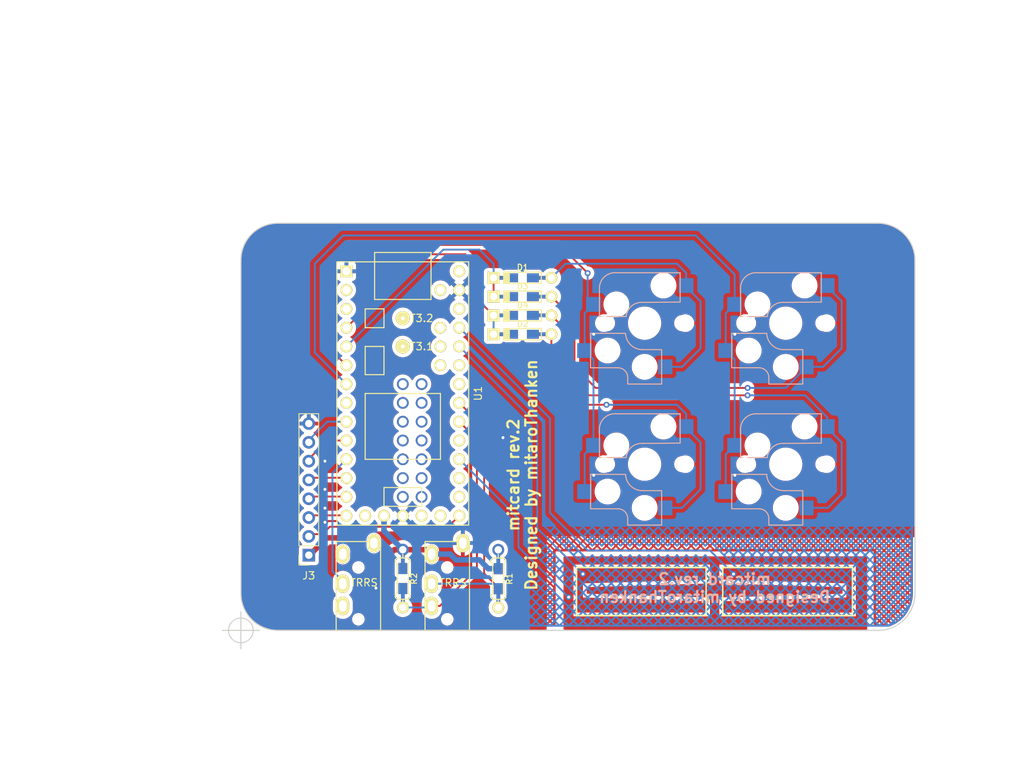
<source format=kicad_pcb>
(kicad_pcb (version 20221018) (generator pcbnew)
  (layers (0 "F.Cu" signal) (31 "B.Cu" signal) (34 "B.Paste" user) (35 "F.Paste" user) (36 "B.SilkS" user "B.Silkscreen") (37 "F.SilkS" user "F.Silkscreen") (38 "B.Mask" user) (39 "F.Mask" user) (44 "Edge.Cuts" user))
  (net 0 "")
  (net 1 "Net-(D1-Pad2)")
  (net 2 "row0")
  (net 3 "Net-(D2-Pad2)")
  (net 4 "row1")
  (net 5 "Net-(D4-Pad2)")
  (net 6 "/SDA")
  (net 7 "/SCL")
  (net 8 "/3.3V")
  (net 9 "GND")
  (net 10 "Net-(J2-PadA)")
  (net 11 "Net-(J2-PadD)")
  (net 12 "/INT")
  (net 13 "Net-(J2-PadB)")
  (net 14 "col0")
  (net 15 "col1")
  (net 16 "Net-(U1-Pad18)")
  (net 17 "Net-(U1-Pad19)")
  (net 18 "Net-(U1-Pad15)")
  (net 19 "Net-(U1-Pad21)")
  (net 20 "Net-(U1-Pad22)")
  (net 21 "Net-(U1-Pad23)")
  (net 22 "Net-(U1-Pad24)")
  (net 23 "Net-(U1-Pad28)")
  (net 24 "Net-(U1-Pad29)")
  (net 25 "Net-(U1-Pad30)")
  (net 26 "Net-(U1-Pad31)")
  (net 27 "Net-(U1-Pad33)")
  (net 28 "Net-(U1-Pad34)")
  (net 29 "Net-(U1-Pad35)")
  (net 30 "Net-(U1-Pad36)")
  (net 31 "Net-(U1-Pad37)")
  (net 32 "Net-(U1-Pad8)")
  (net 33 "Net-(U1-Pad3)")
  (net 34 "Net-(U1-Pad2)")
  (net 35 "Net-(U1-Pad38)")
  (net 36 "Net-(U1-Pad39)")
  (net 37 "/col1row0")
  (net 38 "Net-(U1-Pad27)")
  (net 39 "SCK")
  (net 40 "MISO")
  (net 41 "MOSI")
  (net 42 "CS")
  (net 43 "TX")
  (net 44 "RX")
  (footprint "Keebio-Parts:Diode-dual" (layer "F.Cu") (at 88.015 57.375 180)
    (fp_text reference "D1")
    (fp_text value "D" hide)
  )
  (footprint "Keebio-Parts:Diode-dual" (layer "F.Cu") (at 88.015 59.915 180)
    (fp_text reference "D3")
    (fp_text value "D" hide)
  )
  (footprint "Keebio-Parts:Diode-dual" (layer "F.Cu") (at 88.015 62.455 180)
    (fp_text reference "D4")
    (fp_text value "D" hide)
  )
  (footprint "kbd:MJ-4PP-9_1side" (layer "F.Cu") (at 77.86 105 180)
    (fp_text reference "J1")
    (fp_text value "MJ-4PP-9" hide)
  )
  (footprint "kbd:MJ-4PP-9_1side" (layer "F.Cu") (at 65.86 105 180)
    (fp_text reference "J2")
    (fp_text value "MJ-4PP-9" hide)
  )
  (footprint "Keebio-Parts:Resistor-Hybrid" (layer "F.Cu") (at 71.86 98 90)
    (fp_text reference "R2")
    (fp_text value "4.7K" hide)
  )
  (footprint "teensy:Teensy30_31_32_LC" (layer "F.Cu") (at 71.86 73 -90)
    (fp_text reference "U1")
    (fp_text value "Teensy-LC")
  )
  (footprint "Keebio-Parts:Resistor-Hybrid" (layer "F.Cu") (at 84.745 98.015 90)
    (fp_text reference "R1")
    (fp_text value "4.7K" hide)
  )
  (footprint "Connector_PinSocket_2.54mm:PinSocket_1x08_P2.54mm_Vertical" (layer "F.Cu") (at 59.17 94.84 180)
    (fp_text reference "J3")
    (fp_text value "Conn_01x08")
  )
  (footprint "kbd:CherryMX_Choc_Hotswap_1side" (layer "F.Cu") (at 104.5 82.55)
    (fp_text reference "SW2" hide)
    (fp_text value "SW_PUSH" hide)
  )
  (footprint "kbd:CherryMX_Choc_Hotswap_1side" (layer "F.Cu") (at 123.55 63.5)
    (fp_text reference "SW3" hide)
    (fp_text value "SW_PUSH" hide)
  )
  (footprint "kbd:CherryMX_Choc_Hotswap_1side" (layer "F.Cu") (at 123.55 82.55)
    (fp_text reference "SW4" hide)
    (fp_text value "SW_PUSH" hide)
  )
  (footprint "kbd:CherryMX_Choc_Hotswap_1side" (layer "F.Cu") (at 104.5 63.5)
    (fp_text reference "SW1" hide)
    (fp_text value "SW_PUSH" hide)
  )
  (footprint "Keebio-Parts:Diode-dual" (layer "F.Cu") (at 88.015 64.995 180)
    (fp_text reference "D2")
    (fp_text value "D" hide)
  )
  (gr_line (start 112.8 103) (end 112.8 96.5) (stroke (width 0.2)) (layer "F.SilkS"))
  (gr_line (start 115.05 96.5) (end 115.05 103) (stroke (width 0.2)) (layer "F.SilkS"))
  (gr_line (start 112.8 96.5) (end 95.3 96.5) (stroke (width 0.2)) (layer "F.SilkS"))
  (gr_line (start 115.05 103) (end 132.55 103) (stroke (width 0.2)) (layer "F.SilkS"))
  (gr_line (start 95.3 96.5) (end 95.3 103) (stroke (width 0.2)) (layer "F.SilkS"))
  (gr_line (start 95.3 103) (end 112.8 103) (stroke (width 0.2)) (layer "F.SilkS"))
  (gr_line (start 132.55 96.5) (end 115.05 96.5) (stroke (width 0.2)) (layer "F.SilkS"))
  (gr_line (start 132.55 96.5) (end 132.55 103) (stroke (width 0.2)) (layer "F.SilkS"))
  (gr_arc (start 136 50) (mid 139.535534 51.464466) (end 141 55) (stroke (width 0.15)) (layer "Edge.Cuts"))
  (gr_line (start 136 50) (end 55 50) (stroke (width 0.15)) (layer "Edge.Cuts"))
  (gr_line (start 55 105) (end 136 105) (stroke (width 0.15)) (layer "Edge.Cuts"))
  (gr_arc (start 50 55) (mid 51.464466 51.464466) (end 55 50) (stroke (width 0.15)) (layer "Edge.Cuts"))
  (gr_arc (start 55 105) (mid 51.464466 103.535534) (end 50 100) (stroke (width 0.15)) (layer "Edge.Cuts"))
  (gr_line (start 141 100) (end 141 55) (stroke (width 0.15)) (layer "Edge.Cuts"))
  (gr_arc (start 141 100) (mid 139.535534 103.535534) (end 136 105) (stroke (width 0.15)) (layer "Edge.Cuts"))
  (gr_line (start 50 55) (end 50 100) (stroke (width 0.15)) (layer "Edge.Cuts"))
  (gr_text "mitcard rev.2\nDesigned by mitaroThanken" (at 113.955 99.285) (layer "B.SilkS") (effects (font (size 1.5 1.5) (thickness 0.3)) (justify mirror)))
  (gr_text "mitcard rev.2\nDesigned by mitaroThanken" (at 88 84 90) (layer "F.SilkS") (effects (font (size 1.5 1.5) (thickness 0.3))))
  (target plus (at 50 105) (size 5) (width 0.15) (layer "Edge.Cuts"))
  (segment (start 90.645 57.375) (end 91.19 57.375) (width 0.25) (layer "F.Cu") (net 1))
  (segment (start 112.05 60.55) (end 112.05 66.9) (width 0.25) (layer "B.Cu") (net 1))
  (segment (start 112.05 66.9) (end 109.55 69.4) (width 0.25) (layer "B.Cu") (net 1))
  (segment (start 110.1 58.6) (end 112.05 60.55) (width 0.25) (layer "B.Cu") (net 1))
  (segment (start 110.1 58.42) (end 110.1 56.695) (width 0.25) (layer "B.Cu") (net 1))
  (segment (start 110.1 56.695) (end 108.875 55.47) (width 0.25) (layer "B.Cu") (net 1))
  (segment (start 110.1 58.42) (end 110.1 58.6) (width 0.25) (layer "B.Cu") (net 1))
  (segment (start 109.55 69.4) (end 107.3 69.4) (width 0.25) (layer "B.Cu") (net 1))
  (segment (start 93.82 55.47) (end 91.915 57.375) (width 0.25) (layer "B.Cu") (net 1))
  (segment (start 108.875 55.47) (end 93.82 55.47) (width 0.25) (layer "B.Cu") (net 1))
  (segment (start 83.44 56.662999) (end 83.44 56.752999) (width 0.25) (layer "F.Cu") (net 2))
  (segment (start 83.44 56.662999) (end 83.44 56.752999) (width 0.25) (layer "F.Cu") (net 2))
  (segment (start 84.115 57.375) (end 84.115 59.915) (width 0.25) (layer "F.Cu") (net 2))
  (segment (start 77.325 53.565) (end 65.039999 65.850001) (width 0.25) (layer "B.Cu") (net 2))
  (segment (start 82.205 53.565) (end 77.325 53.565) (width 0.25) (layer "B.Cu") (net 2))
  (segment (start 84.115 57.375) (end 84.115 55.475) (width 0.25) (layer "B.Cu") (net 2))
  (segment (start 65.039999 65.850001) (end 64.24 66.65) (width 0.25) (layer "B.Cu") (net 2))
  (segment (start 84.115 55.475) (end 82.205 53.565) (width 0.25) (layer "B.Cu") (net 2))
  (segment (start 96.355 74.52) (end 99.35 74.52) (width 0.25) (layer "F.Cu") (net 3))
  (segment (start 91.915 64.995) (end 91.915 70.08) (width 0.25) (layer "F.Cu") (net 3))
  (segment (start 91.915 70.08) (end 96.355 74.52) (width 0.25) (layer "F.Cu") (net 3))
  (via (at 99.35 74.52) (size 0.8) (drill 0.4) (layers "F.Cu" "B.Cu") (net 3))
  (segment (start 107.55 88.5) (end 107.54999 88.5) (width 0.25) (layer "B.Cu") (net 3))
  (segment (start 110.1 77.47) (end 110.1 75.745) (width 0.25) (layer "B.Cu") (net 3))
  (segment (start 110.1 75.745) (end 108.875 74.52) (width 0.25) (layer "B.Cu") (net 3))
  (segment (start 112.05 79.6) (end 112.05 85.95) (width 0.25) (layer "B.Cu") (net 3))
  (segment (start 109.55 88.45) (end 107.3 88.45) (width 0.25) (layer "B.Cu") (net 3))
  (segment (start 110.1 77.65) (end 112.05 79.6) (width 0.25) (layer "B.Cu") (net 3))
  (segment (start 112.05 85.95) (end 109.55 88.45) (width 0.25) (layer "B.Cu") (net 3))
  (segment (start 110.1 77.47) (end 110.1 77.65) (width 0.25) (layer "B.Cu") (net 3))
  (segment (start 108.875 74.52) (end 99.35 74.52) (width 0.25) (layer "B.Cu") (net 3))
  (segment (start 74.15 54.2) (end 80.3 54.2) (width 0.25) (layer "F.Cu") (net 4))
  (segment (start 80.3 54.2) (end 82.205 56.105) (width 0.25) (layer "F.Cu") (net 4))
  (segment (start 82.205 60.55) (end 84.11 62.455) (width 0.25) (layer "F.Cu") (net 4))
  (segment (start 82.205 56.105) (end 82.205 60.55) (width 0.25) (layer "F.Cu") (net 4))
  (segment (start 64.24 64.11) (end 74.15 54.2) (width 0.25) (layer "F.Cu") (net 4))
  (segment (start 84.11 62.455) (end 84.115 62.455) (width 0.25) (layer "F.Cu") (net 4))
  (segment (start 84.115 62.455) (end 84.115 64.995) (width 0.25) (layer "B.Cu") (net 4))
  (segment (start 93.635 64.175) (end 93.635 69.895) (width 0.25) (layer "F.Cu") (net 5))
  (segment (start 96.99001 73.25001) (end 117.834315 73.25001) (width 0.25) (layer "F.Cu") (net 5))
  (segment (start 117.834315 73.25001) (end 118.4 73.25001) (width 0.25) (layer "F.Cu") (net 5))
  (segment (start 93.635 69.895) (end 96.99001 73.25001) (width 0.25) (layer "F.Cu") (net 5))
  (segment (start 91.915 62.455) (end 93.635 64.175) (width 0.25) (layer "F.Cu") (net 5))
  (via (at 118.4 73.25001) (size 0.8) (drill 0.4) (layers "F.Cu" "B.Cu") (net 5))
  (segment (start 129.15 77.65) (end 129.15 77.47) (width 0.25) (layer "B.Cu") (net 5))
  (segment (start 129.15 77.47) (end 129.15 76.22) (width 0.25) (layer "B.Cu") (net 5))
  (segment (start 129.235 88.45) (end 131.1 86.585) (width 0.25) (layer "B.Cu") (net 5))
  (segment (start 126.35 88.45) (end 129.235 88.45) (width 0.25) (layer "B.Cu") (net 5))
  (segment (start 118.965705 73.24999) (end 118.965685 73.25001) (width 0.25) (layer "B.Cu") (net 5))
  (segment (start 131.1 86.585) (end 131.1 79.6) (width 0.25) (layer "B.Cu") (net 5))
  (segment (start 129.15 76.22) (end 126.17999 73.24999) (width 0.25) (layer "B.Cu") (net 5))
  (segment (start 126.17999 73.24999) (end 118.965705 73.24999) (width 0.25) (layer "B.Cu") (net 5))
  (segment (start 131.1 79.6) (end 129.15 77.65) (width 0.25) (layer "B.Cu") (net 5))
  (segment (start 118.965685 73.25001) (end 118.4 73.25001) (width 0.25) (layer "B.Cu") (net 5))
  (segment (start 75.76 101.7) (end 76.86 101.7) (width 0.25) (layer "F.Cu") (net 6))
  (segment (start 81.86 95.2) (end 81.86 94.5) (width 0.25) (layer "F.Cu") (net 6))
  (segment (start 81.86 79.19) (end 79.48 76.81) (width 0.25) (layer "F.Cu") (net 6))
  (segment (start 81.86 96.7) (end 81.86 94.5) (width 0.25) (layer "F.Cu") (net 6))
  (segment (start 75.56 101.9) (end 75.76 101.7) (width 0.25) (layer "F.Cu") (net 6))
  (segment (start 76.86 101.7) (end 81.86 96.7) (width 0.25) (layer "F.Cu") (net 6))
  (segment (start 81.86 94.5) (end 81.86 79.19) (width 0.25) (layer "F.Cu") (net 6))
  (segment (start 75.76 101.7) (end 75.76 101.3) (width 0.25) (layer "B.Cu") (net 6))
  (segment (start 71.86 101.9) (end 75.56 101.9) (width 0.25) (layer "B.Cu") (net 6))
  (segment (start 82.84 77.63) (end 82.84 97.31) (width 0.25) (layer "F.Cu") (net 7))
  (segment (start 84.745 101.915) (end 84.745 99.92) (width 0.25) (layer "F.Cu") (net 7))
  (segment (start 84.745 99.215) (end 84.745 99.365) (width 0.25) (layer "F.Cu") (net 7))
  (segment (start 79.48 74.27) (end 82.84 77.63) (width 0.25) (layer "F.Cu") (net 7))
  (segment (start 82.84 97.31) (end 84.745 99.215) (width 0.25) (layer "F.Cu") (net 7))
  (segment (start 75.76 98.7) (end 83.26 98.7) (width 0.25) (layer "B.Cu") (net 7))
  (segment (start 84.08 98.7) (end 84.745 99.365) (width 0.25) (layer "B.Cu") (net 7))
  (segment (start 75.76 98.7) (end 84.08 98.7) (width 0.25) (layer "B.Cu") (net 7))
  (segment (start 61.61 92.5) (end 64.2335 92.5) (width 0.75) (layer "F.Cu") (net 8))
  (segment (start 70.72863 94.1) (end 71.86 94.1) (width 0.75) (layer "F.Cu") (net 8))
  (segment (start 67.2335 95.5) (end 69.32863 95.5) (width 0.75) (layer "F.Cu") (net 8))
  (segment (start 69.32863 95.5) (end 70.72863 94.1) (width 0.75) (layer "F.Cu") (net 8))
  (segment (start 64.2335 92.5) (end 67.2335 95.5) (width 0.75) (layer "F.Cu") (net 8))
  (segment (start 59.27 94.84) (end 61.61 92.5) (width 0.75) (layer "F.Cu") (net 8))
  (segment (start 71.86 94.1) (end 75.16 94.1) (width 0.75) (layer "F.Cu") (net 8))
  (segment (start 59.17 94.84) (end 59.27 94.84) (width 0.75) (layer "F.Cu") (net 8))
  (segment (start 83.395 96.665) (end 84.745 96.665) (width 0.75) (layer "B.Cu") (net 8))
  (segment (start 82.205 95.475) (end 83.395 96.665) (width 0.75) (layer "B.Cu") (net 8))
  (segment (start 69.32 91.56) (end 71.86 94.1) (width 0.75) (layer "B.Cu") (net 8))
  (segment (start 75.76 94.7) (end 78.255 94.7) (width 0.75) (layer "B.Cu") (net 8))
  (segment (start 75.16 94.1) (end 75.76 94.7) (width 0.75) (layer "B.Cu") (net 8))
  (segment (start 78.255 94.7) (end 79.03 95.475) (width 0.75) (layer "B.Cu") (net 8))
  (segment (start 69.32 89.51) (end 69.32 91.56) (width 0.75) (layer "B.Cu") (net 8))
  (segment (start 79.03 95.475) (end 82.205 95.475) (width 0.75) (layer "B.Cu") (net 8))
  (segment (start 96.175 94.205) (end 94.905 92.935) (width 0.25) (layer "F.Cu") (net 9))
  (segment (start 91.73 89.76) (end 94.905 92.935) (width 0.25) (layer "F.Cu") (net 9))
  (segment (start 94.905 91.665) (end 97.445 94.205) (width 0.25) (layer "F.Cu") (net 9))
  (segment (start 94.27 93.57) (end 90.46 89.76) (width 0.25) (layer "F.Cu") (net 9))
  (segment (start 93 89.76) (end 94.905 91.665) (width 0.25) (layer "F.Cu") (net 9))
  (segment (start 94.905 94.205) (end 96.81 92.3) (width 0.25) (layer "F.Cu") (net 9))
  (segment (start 94.27 93.57) (end 94.905 94.205) (width 0.25) (layer "F.Cu") (net 9))
  (segment (start 89.19 89.76) (end 93.635 94.205) (width 0.25) (layer "F.Cu") (net 9))
  (segment (start 91.73 89.76) (end 92.365 89.125) (width 0.25) (layer "F.Cu") (net 9))
  (segment (start 91.095 89.125) (end 91.73 89.76) (width 0.25) (layer "F.Cu") (net 9))
  (segment (start 92.365 89.125) (end 93 89.76) (width 0.25) (layer "F.Cu") (net 9))
  (segment (start 90.46 89.76) (end 91.095 89.125) (width 0.25) (layer "F.Cu") (net 9))
  (segment (start 89.825 89.125) (end 90.46 89.76) (width 0.25) (layer "F.Cu") (net 9))
  (segment (start 89.19 89.76) (end 89.825 89.125) (width 0.25) (layer "F.Cu") (net 9))
  (segment (start 130.781795 93.888205) (end 131.1 93.57) (width 0.25) (layer "F.Cu") (net 9))
  (segment (start 129.83 93.57) (end 130.465 94.205) (width 0.25) (layer "F.Cu") (net 9))
  (segment (start 130.465 94.205) (end 130.781795 93.888205) (width 0.25) (layer "F.Cu") (net 9))
  (segment (start 138.72 89.76) (end 134.275 94.205) (width 0.25) (layer "F.Cu") (net 9))
  (segment (start 122.845 94.205) (end 127.925 89.125) (width 0.25) (layer "F.Cu") (net 9))
  (segment (start 138.085 89.125) (end 138.72 89.76) (width 0.25) (layer "F.Cu") (net 9))
  (segment (start 133.005 94.205) (end 138.085 89.125) (width 0.25) (layer "F.Cu") (net 9))
  (segment (start 119.67 91.03) (end 120.305 90.395) (width 0.25) (layer "F.Cu") (net 9))
  (segment (start 121.575 91.665) (end 120.94 92.3) (width 0.25) (layer "F.Cu") (net 9))
  (segment (start 120.94 92.3) (end 119.67 91.03) (width 0.25) (layer "F.Cu") (net 9))
  (segment (start 131.1 89.76) (end 131.735 89.125) (width 0.25) (layer "F.Cu") (net 9))
  (segment (start 120.94 92.3) (end 119.035 94.205) (width 0.25) (layer "F.Cu") (net 9))
  (segment (start 128.56 89.76) (end 129.195 89.125) (width 0.25) (layer "F.Cu") (net 9))
  (segment (start 124.115 91.665) (end 124.75 91.03) (width 0.25) (layer "F.Cu") (net 9))
  (segment (start 122.845 91.665) (end 123.48 91.03) (width 0.25) (layer "F.Cu") (net 9))
  (segment (start 121.575 94.205) (end 124.115 91.665) (width 0.25) (layer "F.Cu") (net 9))
  (segment (start 129.195 89.125) (end 129.83 89.76) (width 0.25) (layer "F.Cu") (net 9))
  (segment (start 123.48 91.03) (end 124.115 91.665) (width 0.25) (layer "F.Cu") (net 9))
  (segment (start 131.735 89.125) (end 132.37 89.76) (width 0.25) (layer "F.Cu") (net 9))
  (segment (start 124.115 91.665) (end 126.02 93.57) (width 0.25) (layer "F.Cu") (net 9))
  (segment (start 122.21 91.03) (end 121.575 91.665) (width 0.25) (layer "F.Cu") (net 9))
  (segment (start 126.02 93.57) (end 125.385 94.205) (width 0.25) (layer "F.Cu") (net 9))
  (segment (start 120.305 94.205) (end 122.845 91.665) (width 0.25) (layer "F.Cu") (net 9))
  (segment (start 120.305 90.395) (end 121.575 91.665) (width 0.25) (layer "F.Cu") (net 9))
  (segment (start 120.94 92.3) (end 122.845 94.205) (width 0.25) (layer "F.Cu") (net 9))
  (segment (start 127.925 94.205) (end 124.75 91.03) (width 0.25) (layer "F.Cu") (net 9))
  (segment (start 132.37 89.76) (end 127.925 94.205) (width 0.25) (layer "F.Cu") (net 9))
  (segment (start 131.1 89.76) (end 127.29 93.57) (width 0.25) (layer "F.Cu") (net 9))
  (segment (start 124.75 93.57) (end 122.21 91.03) (width 0.25) (layer "F.Cu") (net 9))
  (segment (start 128.56 89.76) (end 124.75 93.57) (width 0.25) (layer "F.Cu") (net 9))
  (segment (start 127.925 89.125) (end 128.56 89.76) (width 0.25) (layer "F.Cu") (net 9))
  (segment (start 125.385 94.205) (end 124.75 93.57) (width 0.25) (layer "F.Cu") (net 9))
  (segment (start 131.1 89.76) (end 130.465 89.125) (width 0.25) (layer "F.Cu") (net 9))
  (segment (start 129.83 89.76) (end 126.02 93.57) (width 0.25) (layer "F.Cu") (net 9))
  (segment (start 130.465 89.125) (end 129.83 89.76) (width 0.25) (layer "F.Cu") (net 9))
  (segment (start 128.56 89.76) (end 133.005 94.205) (width 0.25) (layer "F.Cu") (net 9))
  (segment (start 135.545 94.205) (end 131.1 89.76) (width 0.25) (layer "F.Cu") (net 9))
  (segment (start 129.83 89.76) (end 134.275 94.205) (width 0.25) (layer "F.Cu") (net 9))
  (segment (start 124.75 91.03) (end 126.02 89.76) (width 0.25) (layer "F.Cu") (net 9))
  (segment (start 126.02 89.76) (end 126.655 89.125) (width 0.25) (layer "F.Cu") (net 9))
  (segment (start 126.02 89.76) (end 129.83 93.57) (width 0.25) (layer "F.Cu") (net 9))
  (segment (start 129.195 94.205) (end 125.385 90.395) (width 0.25) (layer "F.Cu") (net 9))
  (segment (start 134.275 89.125) (end 129.195 94.205) (width 0.25) (layer "F.Cu") (net 9))
  (segment (start 124.115 90.395) (end 124.75 91.03) (width 0.25) (layer "F.Cu") (net 9))
  (segment (start 123.48 91.03) (end 124.115 90.395) (width 0.25) (layer "F.Cu") (net 9))
  (segment (start 126.655 94.205) (end 127.29 93.57) (width 0.25) (layer "F.Cu") (net 9))
  (segment (start 126.02 93.57) (end 126.655 94.205) (width 0.25) (layer "F.Cu") (net 9))
  (segment (start 126.655 89.125) (end 131.735 94.205) (width 0.25) (layer "F.Cu") (net 9))
  (segment (start 119.67 92.3) (end 121.575 94.205) (width 0.25) (layer "F.Cu") (net 9))
  (segment (start 131.735 94.205) (end 136.815 89.125) (width 0.25) (layer "F.Cu") (net 9))
  (segment (start 136.815 89.125) (end 138.72 91.03) (width 0.25) (layer "F.Cu") (net 9))
  (segment (start 121.575 91.665) (end 124.115 94.205) (width 0.25) (layer "F.Cu") (net 9))
  (segment (start 124.115 94.205) (end 124.75 93.57) (width 0.25) (layer "F.Cu") (net 9))
  (segment (start 121.575 90.395) (end 122.21 91.03) (width 0.25) (layer "F.Cu") (net 9))
  (segment (start 122.845 90.395) (end 123.48 91.03) (width 0.25) (layer "F.Cu") (net 9))
  (segment (start 119.67 92.3) (end 121.575 90.395) (width 0.25) (layer "F.Cu") (net 9))
  (segment (start 122.21 91.03) (end 122.845 90.395) (width 0.25) (layer "F.Cu") (net 9))
  (segment (start 140.6 96.77) (end 140.55 96.72) (width 0.25) (layer "F.Cu") (net 9))
  (segment (start 138.52 95.04) (end 138.72 94.84) (width 0.25) (layer "F.Cu") (net 9))
  (segment (start 136.695978 104.365) (end 136.68 104.365) (width 0.25) (layer "F.Cu") (net 9))
  (segment (start 140.59999 95.42999) (end 140.59999 98.731159) (width 0.25) (layer "F.Cu") (net 9))
  (segment (start 137.45 94.84) (end 138.53 95.92) (width 0.25) (layer "F.Cu") (net 9))
  (segment (start 135.545 104.365) (end 136.68 104.365) (width 0.25) (layer "F.Cu") (net 9))
  (segment (start 92.365 99.285) (end 87.92 94.84) (width 0.25) (layer "F.Cu") (net 9))
  (segment (start 92.365 95.475) (end 87.92 91.03) (width 0.25) (layer "F.Cu") (net 9))
  (segment (start 140.59999 92.90999) (end 140.59999 92.97001) (width 0.25) (layer "F.Cu") (net 9))
  (segment (start 138.41 97.69) (end 138.41 97.68) (width 0.25) (layer "F.Cu") (net 9))
  (segment (start 140.57 97.96) (end 140.29 98.24) (width 0.25) (layer "F.Cu") (net 9))
  (segment (start 137.572766 104.321141) (end 138.299234 103.982384) (width 0.25) (layer "F.Cu") (net 9))
  (segment (start 132.37 89.76) (end 137.45 94.84) (width 0.25) (layer "F.Cu") (net 9))
  (segment (start 135.545 94.205) (end 135.545 96.6) (width 0.25) (layer "F.Cu") (net 9))
  (segment (start 106.335 94.205) (end 108.24 92.3) (width 0.25) (layer "F.Cu") (net 9))
  (segment (start 112.05 92.3) (end 113.955 94.205) (width 0.25) (layer "F.Cu") (net 9))
  (segment (start 107.605 94.205) (end 105.7 92.3) (width 0.25) (layer "F.Cu") (net 9))
  (segment (start 138.09 91.66) (end 139.36 91.66) (width 0.25) (layer "F.Cu") (net 9))
  (segment (start 92.365 94.205) (end 135.545 94.205) (width 0.25) (layer "F.Cu") (net 9))
  (segment (start 140.58 99.23) (end 140.59999 99.24999) (width 0.25) (layer "F.Cu") (net 9))
  (segment (start 116.495 94.205) (end 118.4 92.3) (width 0.25) (layer "F.Cu") (net 9))
  (segment (start 138.46 98.39) (end 138.72 98.65) (width 0.25) (layer "F.Cu") (net 9))
  (segment (start 92.365 94.205) (end 87.92 89.76) (width 0.25) (layer "F.Cu") (net 9))
  (segment (start 87.92 102.46) (end 88.555 103.095) (width 0.25) (layer "F.Cu") (net 9))
  (segment (start 114.59 92.3) (end 116.495 94.205) (width 0.25) (layer "F.Cu") (net 9))
  (segment (start 95.54 92.3) (end 93.635 94.205) (width 0.25) (layer "F.Cu") (net 9))
  (segment (start 100.62 92.3) (end 102.525 94.205) (width 0.25) (layer "F.Cu") (net 9))
  (segment (start 138.41 97.07) (end 138.42 97.07) (width 0.25) (layer "F.Cu") (net 9))
  (segment (start 138.46 92.04) (end 138.47 92.04) (width 0.25) (layer "F.Cu") (net 9))
  (segment (start 91.73 89.76) (end 87.92 93.57) (width 0.25) (layer "F.Cu") (net 9))
  (segment (start 137.75 104.03) (end 137.75 104.08) (width 0.25) (layer "F.Cu") (net 9))
  (segment (start 140.581149 98.75) (end 140.58 98.8) (width 0.25) (layer "F.Cu") (net 9))
  (segment (start 112.685 94.205) (end 114.59 92.3) (width 0.25) (layer "F.Cu") (net 9))
  (segment (start 138.21 94.08) (end 138.22 94.08) (width 0.25) (layer "F.Cu") (net 9))
  (segment (start 140.340954 101.498821) (end 140.48 100.95) (width 0.25) (layer "F.Cu") (net 9))
  (segment (start 138.47 92.04) (end 140.59999 94.16999) (width 0.25) (layer "F.Cu") (net 9))
  (segment (start 138.41 97.68) (end 140.59999 95.49001) (width 0.25) (layer "F.Cu") (net 9))
  (segment (start 140.340954 101.498821) (end 135.545001 96.702868) (width 0.25) (layer "F.Cu") (net 9))
  (segment (start 115.225 94.205) (end 113.32 92.3) (width 0.25) (layer "F.Cu") (net 9))
  (segment (start 138.41 96.42) (end 135.545 99.285) (width 0.25) (layer "F.Cu") (net 9))
  (segment (start 140.59999 99.982538) (end 140.554118 100.50686) (width 0.25) (layer "F.Cu") (net 9))
  (segment (start 139.298462 103.18) (end 139.522626 102.955836) (width 0.25) (layer "F.Cu") (net 9))
  (segment (start 88.555 103.095) (end 92.365 99.285) (width 0.25) (layer "F.Cu") (net 9))
  (segment (start 138.42 96.42) (end 138.41 96.42) (width 0.25) (layer "F.Cu") (net 9))
  (segment (start 87.92 101.19) (end 92.365 96.745) (width 0.25) (layer "F.Cu") (net 9))
  (segment (start 87.92 97.38) (end 92.365 101.825) (width 0.25) (layer "F.Cu") (net 9))
  (segment (start 137.8 94.49) (end 137.8 94.5) (width 0.25) (layer "F.Cu") (net 9))
  (segment (start 138.53 95.04) (end 140.59999 92.97001) (width 0.25) (layer "F.Cu") (net 9))
  (segment (start 87.92 92.3) (end 90.46 89.76) (width 0.25) (layer "F.Cu") (net 9))
  (segment (start 87.92 98.65) (end 94.27 92.3) (width 0.25) (layer "F.Cu") (net 9))
  (segment (start 111.415 94.205) (end 109.51 92.3) (width 0.25) (layer "F.Cu") (net 9))
  (segment (start 139.36 91.66) (end 138.55 92.47) (width 0.25) (layer "F.Cu") (net 9))
  (segment (start 138.860896 103.589104) (end 139.27 103.18) (width 0.25) (layer "F.Cu") (net 9))
  (segment (start 138.37 93.22) (end 138.39 93.22) (width 0.25) (layer "F.Cu") (net 9))
  (segment (start 92.365 98.015) (end 87.92 102.46) (width 0.25) (layer "F.Cu") (net 9))
  (segment (start 87.92 99.92) (end 92.365 95.475) (width 0.25) (layer "F.Cu") (net 9))
  (segment (start 96.81 92.3) (end 98.715 94.205) (width 0.25) (layer "F.Cu") (net 9))
  (segment (start 91.095 104.365) (end 87.92 101.19) (width 0.25) (layer "F.Cu") (net 9))
  (segment (start 138.731082 103.68) (end 138.860896 103.589104) (width 0.25) (layer "F.Cu") (net 9))
  (segment (start 94.27 91.03) (end 87.92 97.38) (width 0.25) (layer "F.Cu") (net 9))
  (segment (start 138.67 103.68) (end 138.67 103.722772) (width 0.25) (layer "F.Cu") (net 9))
  (segment (start 135.545 96.6) (end 135.545 103.03) (width 0.25) (layer "F.Cu") (net 9))
  (segment (start 140.554118 100.50686) (end 140.550938 100.51004) (width 0.25) (layer "F.Cu") (net 9))
  (segment (start 130.781795 93.888205) (end 135.545 89.125) (width 0.25) (layer "F.Cu") (net 9))
  (segment (start 140.597462 98.04) (end 140.581149 98.75) (width 0.25) (layer "F.Cu") (net 9))
  (segment (start 139.27 103.18) (end 139.298462 103.18) (width 0.25) (layer "F.Cu") (net 9))
  (segment (start 140.59999 95.42999) (end 140.59999 91.70001) (width 0.25) (layer "F.Cu") (net 9))
  (segment (start 98.08 92.3) (end 96.175 94.205) (width 0.25) (layer "F.Cu") (net 9))
  (segment (start 140.55998 91.66) (end 140.59999 91.70001) (width 0.25) (layer "F.Cu") (net 9))
  (segment (start 97.445 94.205) (end 99.35 92.3) (width 0.25) (layer "F.Cu") (net 9))
  (segment (start 133.005 89.125) (end 132.37 89.76) (width 0.25) (layer "F.Cu") (net 9))
  (segment (start 139.27 103.01) (end 139.27 103.18) (width 0.25) (layer "F.Cu") (net 9))
  (segment (start 138.5 98.87) (end 135.545 101.825) (width 0.25) (layer "F.Cu") (net 9))
  (segment (start 138.09 91.66) (end 135.545 94.205) (width 0.25) (layer "F.Cu") (net 9))
  (segment (start 102.525 94.205) (end 104.43 92.3) (width 0.25) (layer "F.Cu") (net 9))
  (segment (start 103.795 94.205) (end 101.89 92.3) (width 0.25) (layer "F.Cu") (net 9))
  (segment (start 138.72 91.03) (end 140.59999 92.90999) (width 0.25) (layer "F.Cu") (net 9))
  (segment (start 139.522626 102.955836) (end 139.87 102.45) (width 0.25) (layer "F.Cu") (net 9))
  (segment (start 138.41 97.07) (end 138.72 97.38) (width 0.25) (layer "F.Cu") (net 9))
  (segment (start 99.35 92.3) (end 101.255 94.205) (width 0.25) (layer "F.Cu") (net 9))
  (segment (start 140.550938 100.480936) (end 140.550938 100.51004) (width 0.25) (layer "F.Cu") (net 9))
  (segment (start 138.41 97.69) (end 135.545 100.555) (width 0.25) (layer "F.Cu") (net 9))
  (segment (start 140.59999 94.24001) (end 138.42 96.42) (width 0.25) (layer "F.Cu") (net 9))
  (segment (start 99.985 94.205) (end 98.08 92.3) (width 0.25) (layer "F.Cu") (net 9))
  (segment (start 138.44 94.56) (end 133.005 89.125) (width 0.25) (layer "F.Cu") (net 9))
  (segment (start 138.46 98.39) (end 140.550938 100.480936) (width 0.25) (layer "F.Cu") (net 9))
  (segment (start 87.92 93.57) (end 92.365 98.015) (width 0.25) (layer "F.Cu") (net 9))
  (segment (start 113.955 94.205) (end 115.86 92.3) (width 0.25) (layer "F.Cu") (net 9))
  (segment (start 138.42 97.07) (end 140.59999 99.24999) (width 0.25) (layer "F.Cu") (net 9))
  (segment (start 87.92 89.76) (end 88.555 89.125) (width 0.25) (layer "F.Cu") (net 9))
  (segment (start 113.32 92.3) (end 111.415 94.205) (width 0.25) (layer "F.Cu") (net 9))
  (segment (start 104.43 92.3) (end 106.335 94.205) (width 0.25) (layer "F.Cu") (net 9))
  (segment (start 135.545 104.355) (end 140.59 99.31) (width 0.25) (layer "F.Cu") (net 9))
  (segment (start 140.59999 99.24999) (end 140.59999 99.982538) (width 0.25) (layer "F.Cu") (net 9))
  (segment (start 140.59999 97.93001) (end 140.597462 98.04) (width 0.25) (layer "F.Cu") (net 9))
  (segment (start 138.72 93.57) (end 138.37 93.22) (width 0.25) (layer "F.Cu") (net 9))
  (segment (start 87.92 96.11) (end 93.635 90.395) (width 0.25) (layer "F.Cu") (net 9))
  (segment (start 138.46 92.04) (end 138.72 92.3) (width 0.25) (layer "F.Cu") (net 9))
  (segment (start 138.21 94.08) (end 138.72 93.57) (width 0.25) (layer "F.Cu") (net 9))
  (segment (start 139.87 102.45) (end 139.886807 102.435733) (width 0.25) (layer "F.Cu") (net 9))
  (segment (start 138.44 94.56) (end 140.6 96.72) (width 0.25) (layer "F.Cu") (net 9))
  (segment (start 137.409081 104.365) (end 137.572766 104.321141) (width 0.25) (layer "F.Cu") (net 9))
  (segment (start 138.72 98.65) (end 138.5 98.87) (width 0.25) (layer "F.Cu") (net 9))
  (segment (start 88.555 90.395) (end 87.92 89.76) (width 0.25) (layer "F.Cu") (net 9))
  (segment (start 117.765 94.205) (end 119.67 92.3) (width 0.25) (layer "F.Cu") (net 9))
  (segment (start 135.545 99.285) (end 139.27 103.01) (width 0.25) (layer "F.Cu") (net 9))
  (segment (start 138.72 92.3) (end 138.55 92.47) (width 0.25) (layer "F.Cu") (net 9))
  (segment (start 110.145 94.205) (end 112.05 92.3) (width 0.25) (layer "F.Cu") (net 9))
  (segment (start 139.87 102.45) (end 140.11 101.98) (width 0.25) (layer "F.Cu") (net 9))
  (segment (start 89.19 103.73) (end 92.365 100.555) (width 0.25) (layer "F.Cu") (net 9))
  (segment (start 89.825 104.365) (end 92.365 101.825) (width 0.25) (layer "F.Cu") (net 9))
  (segment (start 140.550938 100.51004) (end 136.695978 104.365) (width 0.25) (layer "F.Cu") (net 9))
  (segment (start 94.905 92.935) (end 94.27 93.57) (width 0.25) (layer "F.Cu") (net 9))
  (segment (start 108.875 94.205) (end 110.78 92.3) (width 0.25) (layer "F.Cu") (net 9))
  (segment (start 140.11 101.98) (end 140.340954 101.498821) (width 0.25) (layer "F.Cu") (net 9))
  (segment (start 135.545 103.045) (end 136.68 104.18) (width 0.25) (layer "F.Cu") (net 9))
  (segment (start 138.67 103.68) (end 138.731082 103.68) (width 0.25) (layer "F.Cu") (net 9))
  (segment (start 140.59999 98.731159) (end 140.581149 98.75) (width 0.25) (layer "F.Cu") (net 9))
  (segment (start 117.13 92.3) (end 115.225 94.205) (width 0.25) (layer "F.Cu") (net 9))
  (segment (start 138.53 95.92) (end 138.72 96.11) (width 0.25) (layer "F.Cu") (net 9))
  (segment (start 140.6 96.72) (end 140.6 96.77) (width 0.25) (layer "F.Cu") (net 9))
  (segment (start 137.8 94.5) (end 135.68 96.62) (width 0.25) (layer "F.Cu") (net 9))
  (segment (start 135.545 94.205) (end 138.41 97.07) (width 0.25) (layer "F.Cu") (net 9))
  (segment (start 138.22 94.08) (end 140.59999 91.70001) (width 0.25) (layer "F.Cu") (net 9))
  (segment (start 103.16 92.3) (end 105.065 94.205) (width 0.25) (layer "F.Cu") (net 9))
  (segment (start 138.53 95.92) (end 140.57 97.96) (width 0.25) (layer "F.Cu") (net 9))
  (segment (start 101.89 92.3) (end 99.985 94.205) (width 0.25) (layer "F.Cu") (net 9))
  (segment (start 91.095 104.365) (end 92.365 103.095) (width 0.25) (layer "F.Cu") (net 9))
  (segment (start 101.255 94.205) (end 103.16 92.3) (width 0.25) (layer "F.Cu") (net 9))
  (segment (start 138.37 93.22) (end 134.275 89.125) (width 0.25) (layer "F.Cu") (net 9))
  (segment (start 139.87 102.45) (end 139.87 102.34) (width 0.25) (layer "F.Cu") (net 9))
  (segment (start 88.555 103.095) (end 89.19 103.73) (width 0.25) (layer "F.Cu") (net 9))
  (segment (start 87.92 94.84) (end 93 89.76) (width 0.25) (layer "F.Cu") (net 9))
  (segment (start 89.825 104.365) (end 92.365 104.365) (width 0.25) (layer "F.Cu") (net 9))
  (segment (start 115.86 92.3) (end 117.765 94.205) (width 0.25) (layer "F.Cu") (net 9))
  (segment (start 138.52 95.04) (end 138.53 95.04) (width 0.25) (layer "F.Cu") (net 9))
  (segment (start 135.545 100.555) (end 138.67 103.68) (width 0.25) (layer "F.Cu") (net 9))
  (segment (start 92.365 96.745) (end 87.92 92.3) (width 0.25) (layer "F.Cu") (net 9))
  (segment (start 137.8 94.49) (end 138.21 94.08) (width 0.25) (layer "F.Cu") (net 9))
  (segment (start 136.68 104.18) (end 136.68 104.365) (width 0.25) (layer "F.Cu") (net 9))
  (segment (start 138.5 98.87) (end 140.6 96.77) (width 0.25) (layer "F.Cu") (net 9))
  (segment (start 109.51 92.3) (end 107.605 94.205) (width 0.25) (layer "F.Cu") (net 9))
  (segment (start 138.72 97.38) (end 138.41 97.69) (width 0.25) (layer "F.Cu") (net 9))
  (segment (start 92.365 103.095) (end 87.92 98.65) (width 0.25) (layer "F.Cu") (net 9))
  (segment (start 136.68 104.365) (end 137.409081 104.365) (width 0.25) (layer "F.Cu") (net 9))
  (segment (start 87.92 102.46) (end 89.825 104.365) (width 0.25) (layer "F.Cu") (net 9))
  (segment (start 92.365 104.365) (end 87.92 99.92) (width 0.25) (layer "F.Cu") (net 9))
  (segment (start 119.035 94.205) (end 117.13 92.3) (width 0.25) (layer "F.Cu") (net 9))
  (segment (start 138.72 96.11) (end 138.41 96.42) (width 0.25) (layer "F.Cu") (net 9))
  (segment (start 105.7 92.3) (end 103.795 94.205) (width 0.25) (layer "F.Cu") (net 9))
  (segment (start 135.545 103.03) (end 135.545 102.985) (width 0.25) (layer "F.Cu") (net 9))
  (segment (start 135.545 98.015) (end 138.52 95.04) (width 0.25) (layer "F.Cu") (net 9))
  (segment (start 135.545 95.475) (end 138.46 98.39) (width 0.25) (layer "F.Cu") (net 9))
  (segment (start 138.72 94.84) (end 138.44 94.56) (width 0.25) (layer "F.Cu") (net 9))
  (segment (start 140.58 98.8) (end 140.58 99.23) (width 0.25) (layer "F.Cu") (net 9))
  (segment (start 135.545 103.03) (end 135.545 103.045) (width 0.25) (layer "F.Cu") (net 9))
  (segment (start 140.59999 94.16999) (end 140.59999 94.24001) (width 0.25) (layer "F.Cu") (net 9))
  (segment (start 92.365 100.555) (end 87.92 96.11) (width 0.25) (layer "F.Cu") (net 9))
  (segment (start 135.545 101.825) (end 137.75 104.03) (width 0.25) (layer "F.Cu") (net 9))
  (segment (start 137.45 94.84) (end 137.8 94.49) (width 0.25) (layer "F.Cu") (net 9))
  (segment (start 138.55 92.47) (end 135.545 95.475) (width 0.25) (layer "F.Cu") (net 9))
  (segment (start 108.24 92.3) (end 110.145 94.205) (width 0.25) (layer "F.Cu") (net 9))
  (segment (start 138.39 93.22) (end 140.59999 95.42999) (width 0.25) (layer "F.Cu") (net 9))
  (segment (start 135.545001 96.702868) (end 135.545 96.6) (width 0.25) (layer "F.Cu") (net 9))
  (segment (start 87.92 91.03) (end 89.19 89.76) (width 0.25) (layer "F.Cu") (net 9))
  (segment (start 105.065 94.205) (end 106.97 92.3) (width 0.25) (layer "F.Cu") (net 9))
  (segment (start 135.545 103.03) (end 135.545 104.365) (width 0.25) (layer "F.Cu") (net 9))
  (segment (start 88.555 89.125) (end 89.19 89.76) (width 0.25) (layer "F.Cu") (net 9))
  (segment (start 106.97 92.3) (end 108.875 94.205) (width 0.25) (layer "F.Cu") (net 9))
  (segment (start 94.27 92.3) (end 94.905 91.665) (width 0.25) (layer "F.Cu") (net 9))
  (segment (start 138.299234 103.982384) (end 138.757168 103.661736) (width 0.25) (layer "F.Cu") (net 9))
  (segment (start 139.87 102.34) (end 135.545 98.015) (width 0.25) (layer "F.Cu") (net 9))
  (segment (start 139.36 91.66) (end 140.55998 91.66) (width 0.25) (layer "F.Cu") (net 9))
  (segment (start 140.48 100.95) (end 140.550938 100.51004) (width 0.25) (layer "F.Cu") (net 9))
  (segment (start 118.4 92.3) (end 120.305 94.205) (width 0.25) (layer "F.Cu") (net 9))
  (segment (start 98.715 94.205) (end 100.62 92.3) (width 0.25) (layer "F.Cu") (net 9))
  (segment (start 92.365 104.365) (end 92.365 94.205) (width 0.25) (layer "F.Cu") (net 9))
  (segment (start 135.545 104.365) (end 135.545 104.355) (width 0.25) (layer "F.Cu") (net 9))
  (segment (start 140.55 96.72) (end 140.55 96.64) (width 0.25) (layer "F.Cu") (net 9))
  (segment (start 110.78 92.3) (end 112.685 94.205) (width 0.25) (layer "F.Cu") (net 9))
  (segment (start 138.72 91.03) (end 138.09 91.66) (width 0.25) (layer "F.Cu") (net 9))
  (segment (start 135.545 89.125) (end 138.46 92.04) (width 0.25) (layer "F.Cu") (net 9))
  (segment (start 135.545 102.985) (end 140.59999 97.93001) (width 0.25) (layer "F.Cu") (net 9))
  (via (at 97.625 64.995) (size 0.8) (drill 0.4) (layers "F.Cu" "B.Cu") (net 9))
  (via (at 116.675 84.045) (size 0.8) (drill 0.4) (layers "F.Cu" "B.Cu") (net 9))
  (via (at 61.345 85.949998) (size 0.8) (drill 0.4) (layers "F.Cu" "B.Cu") (net 9))
  (via (at 68.235 99.285) (size 0.8) (drill 0.4) (layers "F.Cu" "B.Cu") (net 9))
  (via (at 85.38 78.965) (size 0.8) (drill 0.4) (layers "F.Cu" "B.Cu") (net 9))
  (via (at 61.345 82.14) (size 0.8) (drill 0.4) (layers "F.Cu" "B.Cu") (net 9))
  (via (at 61.345 88.49) (size 0.8) (drill 0.4) (layers "F.Cu" "B.Cu") (net 9))
  (via (at 97.625 84.045) (size 0.8) (drill 0.4) (layers "F.Cu" "B.Cu") (net 9))
  (via (at 61.345 90.395) (size 0.8) (drill 0.4) (layers "F.Cu" "B.Cu") (net 9))
  (via (at 116.675 64.995) (size 0.8) (drill 0.4) (layers "F.Cu" "B.Cu") (net 9))
  (segment (start 138.72 100.555) (end 138.72 100.54) (width 0.25) (layer "B.Cu") (net 9))
  (segment (start 113.955 89.76) (end 115.225 91.03) (width 0.25) (layer "B.Cu") (net 9))
  (segment (start 138.72 94.205) (end 136.815 92.3) (width 0.25) (layer "B.Cu") (net 9))
  (segment (start 110.78 104.365) (end 116.495 98.65) (width 0.25) (layer "B.Cu") (net 9))
  (segment (start 93.635 88.49) (end 94.905 89.76) (width 0.25) (layer "B.Cu") (net 9))
  (segment (start 105.065 93.57) (end 105.7 92.935) (width 0.25) (layer "B.Cu") (net 9))
  (segment (start 111.415 93.57) (end 112.05 92.935) (width 0.25) (layer "B.Cu") (net 9))
  (segment (start 134.91 89.125) (end 138.72 92.935) (width 0.25) (layer "B.Cu") (net 9))
  (segment (start 108.24 95.475) (end 108.875 94.84) (width 0.25) (layer "B.Cu") (net 9))
  (segment (start 108.24 92.935) (end 106.97 91.665) (width 0.25) (layer "B.Cu") (net 9))
  (segment (start 92.365 92.3) (end 93 92.935) (width 0.25) (layer "B.Cu") (net 9))
  (segment (start 117.13 98.015) (end 117.220001 97.924999) (width 0.25) (layer "B.Cu") (net 9))
  (segment (start 91.73 96.745) (end 91.095 96.11) (width 0.25) (layer "B.Cu") (net 9))
  (segment (start 122.21 92.935) (end 133.64 104.365) (width 0.25) (layer "B.Cu") (net 9))
  (segment (start 112.05 92.935) (end 112.685 93.57) (width 0.25) (layer "B.Cu") (net 9))
  (segment (start 105.7 91.665) (end 105.065 92.3) (width 0.25) (layer "B.Cu") (net 9))
  (segment (start 89.825 94.84) (end 90.46 94.205) (width 0.25) (layer "B.Cu") (net 9))
  (segment (start 105.7 90.395) (end 106.335 91.03) (width 0.25) (layer "B.Cu") (net 9))
  (segment (start 117.765 92.3) (end 118.4 92.935) (width 0.25) (layer "B.Cu") (net 9))
  (segment (start 138.955834 103.522628) (end 139.054231 103.424231) (width 0.25) (layer "B.Cu") (net 9))
  (segment (start 96.81 104.365) (end 105.7 95.475) (width 0.25) (layer "B.Cu") (net 9))
  (segment (start 95.54 91.665) (end 94.905 91.03) (width 0.25) (layer "B.Cu") (net 9))
  (segment (start 122.21 104.365) (end 135.545 91.03) (width 0.25) (layer "B.Cu") (net 9))
  (segment (start 138.74 96.77) (end 140.59999 98.62999) (width 0.25) (layer "B.Cu") (net 9))
  (segment (start 103.16 91.665) (end 101.255 89.76) (width 0.25) (layer "B.Cu") (net 9))
  (segment (start 138.720001 101.838277) (end 138.72 101.825) (width 0.25) (layer "B.Cu") (net 9))
  (segment (start 118.4 96.745) (end 119.035 96.11) (width 0.25) (layer "B.Cu") (net 9))
  (segment (start 120.94 104.365) (end 134.275 91.03) (width 0.25) (layer "B.Cu") (net 9))
  (segment (start 89.19 96.745) (end 88.555 97.38) (width 0.25) (layer "B.Cu") (net 9))
  (segment (start 139.35 91.09) (end 140.59999 92.33999) (width 0.25) (layer "B.Cu") (net 9))
  (segment (start 89.19 104.365) (end 92.365 101.19) (width 0.25) (layer "B.Cu") (net 9))
  (segment (start 115.86 92.935) (end 115.225 93.57) (width 0.25) (layer "B.Cu") (net 9))
  (segment (start 94.905 94.84) (end 95.54 94.205) (width 0.25) (layer "B.Cu") (net 9))
  (segment (start 107.605 93.57) (end 108.24 92.935) (width 0.25) (layer "B.Cu") (net 9))
  (segment (start 108.24 92.935) (end 108.875 93.57) (width 0.25) (layer "B.Cu") (net 9))
  (segment (start 98.08 98.015) (end 100.62 95.475) (width 0.25) (layer "B.Cu") (net 9))
  (segment (start 93 101.825) (end 93.635 101.19) (width 0.25) (layer "B.Cu") (net 9))
  (segment (start 92.545 95.02) (end 89.1795 91.6545) (width 0.25) (layer "B.Cu") (net 9))
  (segment (start 93.635 89.76) (end 93 89.125) (width 0.25) (layer "B.Cu") (net 9))
  (segment (start 139.81 102.51) (end 139.94 102.32) (width 0.25) (layer "B.Cu") (net 9))
  (segment (start 117.765 98.65) (end 112.05 104.365) (width 0.25) (layer "B.Cu") (net 9))
  (segment (start 110.145 92.3) (end 109.51 92.935) (width 0.25) (layer "B.Cu") (net 9))
  (segment (start 106.969991 91.664991) (end 106.97 91.665) (width 0.25) (layer "B.Cu") (net 9))
  (segment (start 89.19 98.015) (end 89.825 97.38) (width 0.25) (layer "B.Cu") (net 9))
  (segment (start 98.08 92.935) (end 94.905 89.76) (width 0.25) (layer "B.Cu") (net 9))
  (segment (start 111.415 91.03) (end 112.685 92.3) (width 0.25) (layer "B.Cu") (net 9))
  (segment (start 140.59 90.99) (end 140.59999 90.99) (width 0.25) (layer "B.Cu") (net 9))
  (segment (start 136.815 103.73) (end 136.815 103.745) (width 0.25) (layer "B.Cu") (net 9))
  (segment (start 118.4 90.395) (end 119.035 89.76) (width 0.25) (layer "B.Cu") (net 9))
  (segment (start 108.24 104.365) (end 114.59 98.015) (width 0.25) (layer "B.Cu") (net 9))
  (segment (start 95.449999 97.924999) (end 92.545 95.02) (width 0.25) (layer "B.Cu") (net 9))
  (segment (start 93 98.015) (end 92.365 97.38) (width 0.25) (layer "B.Cu") (net 9))
  (segment (start 103.16 91.665) (end 103.160009 91.664991) (width 0.25) (layer "B.Cu") (net 9))
  (segment (start 102.525 93.57) (end 103.16 92.935) (width 0.25) (layer "B.Cu") (net 9))
  (segment (start 108.875 93.57) (end 109.51 92.935) (width 0.25) (layer "B.Cu") (net 9))
  (segment (start 106.97 91.665) (end 105.7 92.935) (width 0.25) (layer "B.Cu") (net 9))
  (segment (start 115.225 92.3) (end 114.59 92.935) (width 0.25) (layer "B.Cu") (net 9))
  (segment (start 94.27 99.285) (end 93.635 98.65) (width 0.25) (layer "B.Cu") (net 9))
  (segment (start 90.46 98.015) (end 87.92 100.555) (width 0.25) (layer "B.Cu") (net 9))
  (segment (start 91.73 100.555) (end 91.095 99.92) (width 0.25) (layer "B.Cu") (net 9))
  (segment (start 117.765 98.65) (end 119.035 97.38) (width 0.25) (layer "B.Cu") (net 9))
  (segment (start 106.335 91.03) (end 106.97 91.665) (width 0.25) (layer "B.Cu") (net 9))
  (segment (start 96.81 96.745) (end 97.445 97.38) (width 0.25) (layer "B.Cu") (net 9))
  (segment (start 110.145 94.84) (end 110.78 95.475) (width 0.25) (layer "B.Cu") (net 9))
  (segment (start 106.335 93.57) (end 106.97 92.935) (width 0.25) (layer "B.Cu") (net 9))
  (segment (start 115.86 95.475) (end 116.495 94.84) (width 0.25) (layer "B.Cu") (net 9))
  (segment (start 98.08 89.125) (end 98.715 89.76) (width 0.25) (layer "B.Cu") (net 9))
  (segment (start 138.72 90.395) (end 138.72 90.38) (width 0.25) (layer "B.Cu") (net 9))
  (segment (start 115.225 93.57) (end 115.86 94.205) (width 0.25) (layer "B.Cu") (net 9))
  (segment (start 138.525 97.82) (end 138.72 98.015) (width 0.25) (layer "B.Cu") (net 9))
  (segment (start 96.81 100.555) (end 97.445 99.92) (width 0.25) (layer "B.Cu") (net 9))
  (segment (start 112.05 104.365) (end 103.16 95.475) (width 0.25) (layer "B.Cu") (net 9))
  (segment (start 115.225 91.03) (end 115.225 91.119997) (width 0.25) (layer "B.Cu") (net 9))
  (segment (start 115.86 92.935) (end 116.405003 92.389997) (width 0.25) (layer "B.Cu") (net 9))
  (segment (start 131.1 104.365) (end 138.72 96.745) (width 0.25) (layer "B.Cu") (net 9))
  (segment (start 120.305 92.3) (end 121.575 91.03) (width 0.25) (layer "B.Cu") (net 9))
  (segment (start 130.465 91.03) (end 138.465 99.03) (width 0.25) (layer "B.Cu") (net 9))
  (segment (start 94.905 91.03) (end 96.175 89.76) (width 0.25) (layer "B.Cu") (net 9))
  (segment (start 90.46 95.475) (end 91.095 94.84) (width 0.25) (layer "B.Cu") (net 9))
  (segment (start 98.08 104.365) (end 95.54 101.825) (width 0.25) (layer "B.Cu") (net 9))
  (segment (start 120.94 92.935) (end 121.575 92.3) (width 0.25) (layer "B.Cu") (net 9))
  (segment (start 127.29 104.365) (end 115.86 92.935) (width 0.25) (layer "B.Cu") (net 9))
  (segment (start 96.81 100.555) (end 100.62 104.365) (width 0.25) (layer "B.Cu") (net 9))
  (segment (start 104.43 95.475) (end 105.065 94.84) (width 0.25) (layer "B.Cu") (net 9))
  (segment (start 96.81 92.935) (end 97.445 93.57) (width 0.25) (layer "B.Cu") (net 9))
  (segment (start 117.765 91.03) (end 119.035 92.3) (width 0.25) (layer "B.Cu") (net 9))
  (segment (start 138.955834 103.522628) (end 139.35 103.11) (width 0.25) (layer "B.Cu") (net 9))
  (segment (start 119.035 89.76) (end 119.67 90.395) (width 0.25) (layer "B.Cu") (net 9))
  (segment (start 134.275 91.03) (end 136.18 89.125) (width 0.25) (layer "B.Cu") (net 9))
  (segment (start 110.145 89.76) (end 111.415 91.03) (width 0.25) (layer "B.Cu") (net 9))
  (segment (start 119.67 92.935) (end 131.1 104.365) (width 0.25) (layer "B.Cu") (net 9))
  (segment (start 110.78 91.665) (end 108.875 89.76) (width 0.25) (layer "B.Cu") (net 9))
  (segment (start 137.25 104.18) (end 137.429522 104.359522) (width 0.25) (layer "B.Cu") (net 9))
  (segment (start 91.095 91.03) (end 91.73 91.665) (width 0.25) (layer "B.Cu") (net 9))
  (segment (start 137.421636 104.361637) (end 137.51 104.33796) (width 0.25) (layer "B.Cu") (net 9))
  (segment (start 95.54 89.125) (end 96.175 89.76) (width 0.25) (layer "B.Cu") (net 9))
  (segment (start 138.72 92.935) (end 127.29 104.365) (width 0.25) (layer "B.Cu") (net 9))
  (segment (start 97.445 93.57) (end 98.08 92.935) (width 0.25) (layer "B.Cu") (net 9))
  (segment (start 128.56 91.665) (end 138.72 101.825) (width 0.25) (layer "B.Cu") (net 9))
  (segment (start 118.4 104.365) (end 131.735 91.03) (width 0.25) (layer "B.Cu") (net 9))
  (segment (start 115.86 90.395) (end 116.495 89.76) (width 0.25) (layer "B.Cu") (net 9))
  (segment (start 91.73 90.395) (end 94.27 92.935) (width 0.25) (layer "B.Cu") (net 9))
  (segment (start 138.505001 100.340108) (end 138.505 100.34) (width 0.25) (layer "B.Cu") (net 9))
  (segment (start 110.145 92.3) (end 110.78 91.665) (width 0.25) (layer "B.Cu") (net 9))
  (segment (start 124.75 90.395) (end 125.385 91.03) (width 0.25) (layer "B.Cu") (net 9))
  (segment (start 107.605 91.03) (end 108.24 90.395) (width 0.25) (layer "B.Cu") (net 9))
  (segment (start 113.955 97.38) (end 114.59 96.745) (width 0.25) (layer "B.Cu") (net 9))
  (segment (start 133.005 89.76) (end 133.64 89.125) (width 0.25) (layer "B.Cu") (net 9))
  (segment (start 117.765 93.57) (end 128.56 104.365) (width 0.25) (layer "B.Cu") (net 9))
  (segment (start 114.59 98.015) (end 115.225 97.38) (width 0.25) (layer "B.Cu") (net 9))
  (segment (start 97.445 99.92) (end 98.08 99.285) (width 0.25) (layer "B.Cu") (net 9))
  (segment (start 138.725 95.475) (end 138.725 95.40498) (width 0.25) (layer "B.Cu") (net 9))
  (segment (start 117.765 91.03) (end 118.4 90.395) (width 0.25) (layer "B.Cu") (net 9))
  (segment (start 123.48 104.365) (end 117.765 98.65) (width 0.25) (layer "B.Cu") (net 9))
  (segment (start 96.175 101.19) (end 96.81 100.555) (width 0.25) (layer "B.Cu") (net 9))
  (segment (start 136.815 103.745) (end 137.25 104.18) (width 0.25) (layer "B.Cu") (net 9))
  (segment (start 138.72 98.015) (end 138.72 97.95998) (width 0.25) (layer "B.Cu") (net 9))
  (segment (start 130.465 89.76) (end 131.735 91.03) (width 0.25) (layer "B.Cu") (net 9))
  (segment (start 138.485 96.51) (end 138.485 96.515) (width 0.25) (layer "B.Cu") (net 9))
  (segment (start 137.25 104.19) (end 137.421636 104.361637) (width 0.25) (layer "B.Cu") (net 9))
  (segment (start 93 89.125) (end 93.635 88.49) (width 0.25) (layer "B.Cu") (net 9))
  (segment (start 101.255 94.84) (end 101.89 95.475) (width 0.25) (layer "B.Cu") (net 9))
  (segment (start 115.86 95.475) (end 116.495 96.11) (width 0.25) (layer "B.Cu") (net 9))
  (segment (start 115.225 94.84) (end 115.86 95.475) (width 0.25) (layer "B.Cu") (net 9))
  (segment (start 140.098832 102.04951) (end 140.23 101.73) (width 0.25) (layer "B.Cu") (net 9))
  (segment (start 131.735 89.76) (end 133.005 91.03) (width 0.25) (layer "B.Cu") (net 9))
  (segment (start 137.26 102.905) (end 126.02 91.665) (width 0.25) (layer "B.Cu") (net 9))
  (segment (start 105.065 92.3) (end 104.43 92.935) (width 0.25) (layer "B.Cu") (net 9))
  (segment (start 95.54 104.365) (end 91.73 100.555) (width 0.25) (layer "B.Cu") (net 9))
  (segment (start 98.08 99.285) (end 96.81 98.015) (width 0.25) (layer "B.Cu") (net 9))
  (segment (start 138.485 96.515) (end 138.74 96.77) (width 0.25) (layer "B.Cu") (net 9))
  (segment (start 116.495 96.11) (end 117.13 95.475) (width 0.25) (layer "B.Cu") (net 9))
  (segment (start 113.955 92.3) (end 115.86 90.395) (width 0.25) (layer "B.Cu") (net 9))
  (segment (start 140 90.4) (end 140.59 90.99) (width 0.25) (layer "B.Cu") (net 9))
  (segment (start 96.81 92.935) (end 96.175 92.3) (width 0.25) (layer "B.Cu") (net 9))
  (segment (start 115.225 93.57) (end 113.955 92.3) (width 0.25) (layer "B.Cu") (net 9))
  (segment (start 109.51 92.935) (end 110.145 93.57) (width 0.25) (layer "B.Cu") (net 9))
  (segment (start 116.495 98.65) (end 122.21 104.365) (width 0.25) (layer "B.Cu") (net 9))
  (segment (start 140.59999 99.94001) (end 137.885 102.655) (width 0.25) (layer "B.Cu") (net 9))
  (segment (start 138.72 90.38) (end 139 90.1) (width 0.25) (layer "B.Cu") (net 9))
  (segment (start 113.32 104.365) (end 126.02 91.665) (width 0.25) (layer "B.Cu") (net 9))
  (segment (start 138.085 102.46) (end 137.885 102.66) (width 0.25) (layer "B.Cu") (net 9))
  (segment (start 112.685 94.84) (end 113.32 95.475) (width 0.25) (layer "B.Cu") (net 9))
  (segment (start 89.506795 97.061795) (end 90.46 98.015) (width 0.25) (layer "B.Cu") (net 9))
  (segment (start 94.905 98.65) (end 96.81 100.555) (width 0.25) (layer "B.Cu") (net 9))
  (segment (start 116.495 92.389997) (end 116.584997 92.389997) (width 0.25) (layer "B.Cu") (net 9))
  (segment (start 140.135585 101.970692) (end 138.505001 100.340108) (width 0.25) (layer "B.Cu") (net 9))
  (segment (start 111.415 91.03) (end 112.685 89.76) (width 0.25) (layer "B.Cu") (net 9))
  (segment (start 101.89 104.365) (end 110.78 95.475) (width 0.25) (layer "B.Cu") (net 9))
  (segment (start 87.92 103.095) (end 91.095 99.92) (width 0.25) (layer "B.Cu") (net 9))
  (segment (start 92.365 101.19) (end 93 100.555) (width 0.25) (layer "B.Cu") (net 9))
  (segment (start 115.86 90.395) (end 116.404995 90.939995) (width 0.25) (layer "B.Cu") (net 9))
  (segment (start 115.225 94.84) (end 116.495 93.57) (width 0.25) (layer "B.Cu") (net 9))
  (segment (start 114.59 94.205) (end 115.225 93.57) (width 0.25) (layer "B.Cu") (net 9))
  (segment (start 87.92 104.365) (end 134.275 104.365) (width 0.25) (layer "B.Cu") (net 9))
  (segment (start 93 92.935) (end 93.635 93.57) (width 0.25) (layer "B.Cu") (net 9))
  (segment (start 91.73 104.365) (end 93.635 102.46) (width 0.25) (layer "B.Cu") (net 9))
  (segment (start 89.19 96.745) (end 88.555 96.11) (width 0.25) (layer "B.Cu") (net 9))
  (segment (start 109.51 92.935) (end 108.24 91.665) (width 0.25) (layer "B.Cu") (net 9))
  (segment (start 121.575 91.03) (end 122.21 90.395) (width 0.25) (layer "B.Cu") (net 9))
  (segment (start 117.765 96.11) (end 118.4 96.745) (width 0.25) (layer "B.Cu") (net 9))
  (segment (start 101.89 95.475) (end 110.78 104.365) (width 0.25) (layer "B.Cu") (net 9))
  (segment (start 95.54 104.365) (end 104.43 95.475) (width 0.25) (layer "B.Cu") (net 9))
  (segment (start 103.16 90.395) (end 108.24 90.395) (width 0.25) (layer "B.Cu") (net 9))
  (segment (start 138.72 100.54) (end 140.52 98.74) (width 0.25) (layer "B.Cu") (net 9))
  (segment (start 119.035 91.03) (end 119.67 90.395) (width 0.25) (layer "B.Cu") (net 9))
  (segment (start 93 92.935) (end 93.635 92.3) (width 0.25) (layer "B.Cu") (net 9))
  (segment (start 93.635 93.57) (end 94.27 94.205) (width 0.25) (layer "B.Cu") (net 9))
  (segment (start 140.52 98.74) (end 140.59999 98.66001) (width 0.25) (layer "B.Cu") (net 9))
  (segment (start 126.02 90.395) (end 137.85 102.225) (width 0.25) (layer "B.Cu") (net 9))
  (segment (start 102.525 94.84) (end 103.16 95.475) (width 0.25) (layer "B.Cu") (net 9))
  (segment (start 107.605 94.84) (end 108.24 95.475) (width 0.25) (layer "B.Cu") (net 9))
  (segment (start 115.225 98.65) (end 120.94 104.365) (width 0.25) (layer "B.Cu") (net 9))
  (segment (start 110.78 95.475) (end 111.415 94.84) (width 0.25) (layer "B.Cu") (net 9))
  (segment (start 109.51 95.475) (end 118.4 104.365) (width 0.25) (layer "B.Cu") (net 9))
  (segment (start 122.21 90.395) (end 121.575 89.76) (width 0.25) (layer "B.Cu") (net 9))
  (segment (start 106.97 95.475) (end 107.605 94.84) (width 0.25) (layer "B.Cu") (net 9))
  (segment (start 136.18 89.125) (end 138.72 91.665) (width 0.25) (layer "B.Cu") (net 9))
  (segment (start 120.94 90.395) (end 121.575 89.76) (width 0.25) (layer "B.Cu") (net 9))
  (segment (start 98.08 98.015) (end 104.43 104.365) (width 0.25) (layer "B.Cu") (net 9))
  (segment (start 104.43 90.395) (end 105.065 91.03) (width 0.25) (layer "B.Cu") (net 9))
  (segment (start 138.295 99.71) (end 138.3 99.71) (width 0.25) (layer "B.Cu") (net 9))
  (segment (start 117.13 92.935) (end 117.765 92.3) (width 0.25) (layer "B.Cu") (net 9))
  (segment (start 90.46 94.205) (end 91.095 93.57) (width 0.25) (layer "B.Cu") (net 9))
  (segment (start 101.89 95.475) (end 102.525 94.84) (width 0.25) (layer "B.Cu") (net 9))
  (segment (start 105.7 95.475) (end 114.59 104.365) (width 0.25) (layer "B.Cu") (net 9))
  (segment (start 106.97 104.365) (end 113.955 97.38) (width 0.25) (layer "B.Cu") (net 9))
  (segment (start 115.225 92.3) (end 116.585005 90.939995) (width 0.25) (layer "B.Cu") (net 9))
  (segment (start 116.495 92.3) (end 118.4 90.395) (width 0.25) (layer "B.Cu") (net 9))
  (segment (start 95.54 101.825) (end 96.175 101.19) (width 0.25) (layer "B.Cu") (net 9))
  (segment (start 91.73 99.285) (end 93 100.555) (width 0.25) (layer "B.Cu") (net 9))
  (segment (start 139.35 103.11) (end 139.652327 102.770603) (width 0.25) (layer "B.Cu") (net 9))
  (segment (start 93.635 98.65) (end 93 98.015) (width 0.25) (layer "B.Cu") (net 9))
  (segment (start 117.765 96.11) (end 120.94 92.935) (width 0.25) (layer "B.Cu") (net 9))
  (segment (start 115.86 94.205) (end 117.13 95.475) (width 0.25) (layer "B.Cu") (net 9))
  (segment (start 138.72 92.935) (end 138.725 92.935) (width 0.25) (layer "B.Cu") (net 9))
  (segment (start 121.575 91.03) (end 123.48 92.935) (width 0.25) (layer "B.Cu") (net 9))
  (segment (start 138.72 100.555) (end 138.505 100.34) (width 0.25) (layer "B.Cu") (net 9))
  (segment (start 94.27 94.205) (end 94.905 94.84) (width 0.25) (layer "B.Cu") (net 9))
  (segment (start 96.81 96.745) (end 98.08 95.475) (width 0.25) (layer "B.Cu") (net 9))
  (segment (start 131.735 91.03) (end 138.525 97.82) (width 0.25) (layer "B.Cu") (net 9))
  (segment (start 88.555 92.279) (end 88.555 92.3) (width 0.25) (layer "B.Cu") (net 9))
  (segment (start 104.43 95.475) (end 113.32 104.365) (width 0.25) (layer "B.Cu") (net 9))
  (segment (start 118.4 92.935) (end 117.765 93.57) (width 0.25) (layer "B.Cu") (net 9))
  (segment (start 93.635 98.65) (end 94.27 98.015) (width 0.25) (layer "B.Cu") (net 9))
  (segment (start 113.955 92.3) (end 113.32 92.935) (width 0.25) (layer "B.Cu") (net 9))
  (segment (start 119.035 96.11) (end 122.21 92.935) (width 0.25) (layer "B.Cu") (net 9))
  (segment (start 117.13 96.745) (end 117.765 96.11) (width 0.25) (layer "B.Cu") (net 9))
  (segment (start 119.035 91.03) (end 120.305 92.3) (width 0.25) (layer "B.Cu") (net 9))
  (segment (start 98.715 89.76) (end 101.89 92.935) (width 0.25) (layer "B.Cu") (net 9))
  (segment (start 90.46 99.285) (end 91.095 98.65) (width 0.25) (layer "B.Cu") (net 9))
  (segment (start 96.175 101.19) (end 99.35 104.365) (width 0.25) (layer "B.Cu") (net 9))
  (segment (start 91.095 91.03) (end 91.73 90.395) (width 0.25) (layer "B.Cu") (net 9))
  (segment (start 133.005 91.03) (end 134.91 89.125) (width 0.25) (layer "B.Cu") (net 9))
  (segment (start 91.73 91.665) (end 92.365 92.3) (width 0.25) (layer "B.Cu") (net 9))
  (segment (start 124.115 92.3) (end 119.035 97.38) (width 0.25) (layer "B.Cu") (net 9))
  (segment (start 138.3 99.71) (end 140.5 97.51) (width 0.25) (layer "B.Cu") (net 9))
  (segment (start 137.855 102.225) (end 139.054231 103.424231) (width 0.25) (layer "B.Cu") (net 9))
  (segment (start 100.62 95.475) (end 101.255 94.84) (width 0.25) (layer "B.Cu") (net 9))
  (segment (start 140.04 100.605) (end 138.465 99.03) (width 0.25) (layer "B.Cu") (net 9))
  (segment (start 116.404995 90.939995) (end 118.4 92.935) (width 0.25) (layer "B.Cu") (net 9))
  (segment (start 117.13 90.395) (end 116.585005 90.939995) (width 0.25) (layer "B.Cu") (net 9))
  (segment (start 97.445 94.84) (end 98.08 95.475) (width 0.25) (layer "B.Cu") (net 9))
  (segment (start 131.735 91.03) (end 133.005 89.76) (width 0.25) (layer "B.Cu") (net 9))
  (segment (start 95.54 91.665) (end 98.08 89.125) (width 0.25) (layer "B.Cu") (net 9))
  (segment (start 116.495 92.389997) (end 116.495 92.3) (width 0.25) (layer "B.Cu") (net 9))
  (segment (start 137.25 104.18) (end 137.25 104.19) (width 0.25) (layer "B.Cu") (net 9))
  (segment (start 105.065 91.03) (end 105.7 91.665) (width 0.25) (layer "B.Cu") (net 9))
  (segment (start 108.24 91.665) (end 106.97 92.935) (width 0.25) (layer "B.Cu") (net 9))
  (segment (start 99.985 89.76) (end 96.81 92.935) (width 0.25) (layer "B.Cu") (net 9))
  (segment (start 115.225 92.3) (end 115.314997 92.389997) (width 0.25) (layer "B.Cu") (net 9))
  (segment (start 109.51 91.665) (end 110.145 92.3) (width 0.25) (layer "B.Cu") (net 9))
  (segment (start 116.495 98.65) (end 117.13 98.015) (width 0.25) (layer "B.Cu") (net 9))
  (segment (start 113.955 93.57) (end 114.59 94.205) (width 0.25) (layer "B.Cu") (net 9))
  (segment (start 107.605 91.03) (end 106.97 91.665) (width 0.25) (layer "B.Cu") (net 9))
  (segment (start 94.27 94.205) (end 94.905 93.57) (width 0.25) (layer "B.Cu") (net 9))
  (segment (start 115.86 104.365) (end 106.97 95.475) (width 0.25) (layer "B.Cu") (net 9))
  (segment (start 130.465 91.03) (end 131.735 89.76) (width 0.25) (layer "B.Cu") (net 9))
  (segment (start 138.725 94.205) (end 140.59999 96.07999) (width 0.25) (layer "B.Cu") (net 9))
  (segment (start 88.555 93.57) (end 89.19 92.935) (width 0.25) (layer "B.Cu") (net 9))
  (segment (start 124.75 91.665) (end 124.115 92.3) (width 0.25) (layer "B.Cu") (net 9))
  (segment (start 106.97 95.475) (end 98.08 104.365) (width 0.25) (layer "B.Cu") (net 9))
  (segment (start 140.528602 100.798507) (end 140.466241 101.031242) (width 0.25) (layer "B.Cu") (net 9))
  (segment (start 96.175 92.3) (end 95.54 91.665) (width 0.25) (layer "B.Cu") (net 9))
  (segment (start 94.905 94.84) (end 95.54 95.475) (width 0.25) (layer "B.Cu") (net 9))
  (segment (start 138.72 89.125) (end 136.18 91.665) (width 0.25) (layer "B.Cu") (net 9))
  (segment (start 139.35 91.05) (end 140 90.4) (width 0.25) (layer "B.Cu") (net 9))
  (segment (start 91.73 95.475) (end 92.365 94.84) (width 0.25) (layer "B.Cu") (net 9))
  (segment (start 140 90.4) (end 140.59999 90.99999) (width 0.25) (layer "B.Cu") (net 9))
  (segment (start 115.225 89.76) (end 115.86 90.395) (width 0.25) (layer "B.Cu") (net 9))
  (segment (start 92.365 97.38) (end 93 96.745) (width 0.25) (layer "B.Cu") (net 9))
  (segment (start 93.635 97.38) (end 94.27 96.745) (width 0.25) (layer "B.Cu") (net 9))
  (segment (start 88.555 91.0405) (end 89.1795 91.665) (width 0.25) (layer "B.Cu") (net 9))
  (segment (start 137.885 102.66) (end 137.45 103.095) (width 0.25) (layer "B.Cu") (net 9))
  (segment (start 87.92 99.285) (end 89.19 98.015) (width 0.25) (layer "B.Cu") (net 9))
  (segment (start 91.095 96.11) (end 90.46 95.475) (width 0.25) (layer "B.Cu") (net 9))
  (segment (start 124.75 91.665) (end 126.02 90.395) (width 0.25) (layer "B.Cu") (net 9))
  (segment (start 134.275 91.03) (end 138.72 95.475) (width 0.25) (layer "B.Cu") (net 9))
  (segment (start 114.59 98.015) (end 115.225 98.65) (width 0.25) (layer "B.Cu") (net 9))
  (segment (start 103.16 90.395) (end 100.62 92.935) (width 0.25) (layer "B.Cu") (net 9))
  (segment (start 96.175 89.76) (end 99.35 92.935) (width 0.25) (layer "B.Cu") (net 9))
  (segment (start 109.51 91.665) (end 111.415 89.76) (width 0.25) (layer "B.Cu") (net 9))
  (segment (start 106.335 94.84) (end 106.97 95.475) (width 0.25) (layer "B.Cu") (net 9))
  (segment (start 139 90.1) (end 139.2 89.9) (width 0.25) (layer "B.Cu") (net 9))
  (segment (start 140.340872 101.499128) (end 140.466241 101.031241) (width 0.25) (layer "B.Cu") (net 9))
  (segment (start 103.16 92.935) (end 103.795 93.57) (width 0.25) (layer "B.Cu") (net 9))
  (segment (start 117.765 93.57) (end 116.495 94.84) (width 0.25) (layer "B.Cu") (net 9))
  (segment (start 119.67 90.395) (end 120.305 89.76) (width 0.25) (layer "B.Cu") (net 9))
  (segment (start 138.73498 94.205) (end 140.59999 92.33999) (width 0.25) (layer "B.Cu") (net 9))
  (segment (start 139.3 89.8) (end 139 90.1) (width 0.25) (layer "B.Cu") (net 9))
  (segment (start 124.115 92.3) (end 136.131886 104.316888) (width 0.25) (layer "B.Cu") (net 9))
  (segment (start 137.85 102.225) (end 138.085 102.46) (width 0.25) (layer "B.Cu") (net 9))
  (segment (start 96.175 92.3) (end 98.715 89.76) (width 0.25) (layer "B.Cu") (net 9))
  (segment (start 138.525 97.82) (end 138.525 97.825) (width 0.25) (layer "B.Cu") (net 9))
  (segment (start 113.955 93.57) (end 114.59 92.935) (width 0.25) (layer "B.Cu") (net 9))
  (segment (start 93.635 93.57) (end 94.27 92.935) (width 0.25) (layer "B.Cu") (net 9))
  (segment (start 114.59 94.205) (end 115.225 94.84) (width 0.25) (layer "B.Cu") (net 9))
  (segment (start 107.605 91.03) (end 106.97 90.395) (width 0.25) (layer "B.Cu") (net 9))
  (segment (start 93 96.745) (end 88.555 92.3) (width 0.25) (layer "B.Cu") (net 9))
  (segment (start 132.37 104.365) (end 120.94 92.935) (width 0.25) (layer "B.Cu") (net 9))
  (segment (start 105.7 91.665) (end 106.335 91.03) (width 0.25) (layer "B.Cu") (net 9))
  (segment (start 119.67 92.935) (end 120.305 92.3) (width 0.25) (layer "B.Cu") (net 9))
  (segment (start 99.35 95.475) (end 97.445 97.38) (width 0.25) (layer "B.Cu") (net 9))
  (segment (start 87.92 103.095) (end 89.19 104.365) (width 0.25) (layer "B.Cu") (net 9))
  (segment (start 140.59999 99.982538) (end 140.528602 100.798507) (width 0.25) (layer "B.Cu") (net 9))
  (segment (start 108.24 91.665) (end 107.605 91.03) (width 0.25) (layer "B.Cu") (net 9))
  (segment (start 110.78 91.665) (end 111.415 91.03) (width 0.25) (layer "B.Cu") (net 9))
  (segment (start 122.845 92.3) (end 123.48 92.935) (width 0.25) (layer "B.Cu") (net 9))
  (segment (start 112.05 92.935) (end 111.415 92.3) (width 0.25) (layer "B.Cu") (net 9))
  (segment (start 136.131886 104.316888) (end 136.228112 104.316888) (width 0.25) (layer "B.Cu") (net 9))
  (segment (start 119.035 92.3) (end 120.305 91.03) (width 0.25) (layer "B.Cu") (net 9))
  (segment (start 108.24 91.665) (end 110.145 89.76) (width 0.25) (layer "B.Cu") (net 9))
  (segment (start 94.27 99.285) (end 94.905 98.65) (width 0.25) (layer "B.Cu") (net 9))
  (segment (start 111.415 92.3) (end 110.78 92.935) (width 0.25) (layer "B.Cu") (net 9))
  (segment (start 104.43 104.365) (end 113.32 95.475) (width 0.25) (layer "B.Cu") (net 9))
  (segment (start 133.64 104.365) (end 138.295 99.71) (width 0.25) (layer "B.Cu") (net 9))
  (segment (start 93.635 102.46) (end 94.905 101.19) (width 0.25) (layer "B.Cu") (net 9))
  (segment (start 112.685 89.76) (end 115.225 92.3) (width 0.25) (layer "B.Cu") (net 9))
  (segment (start 119.035 92.3) (end 119.67 92.935) (width 0.25) (layer "B.Cu") (net 9))
  (segment (start 138.725 89.125) (end 138.72 89.125) (width 0.25) (layer "B.Cu") (net 9))
  (segment (start 136.815 103.73) (end 124.75 91.665) (width 0.25) (layer "B.Cu") (net 9))
  (segment (start 97.445 101.19) (end 94.27 104.365) (width 0.25) (layer "B.Cu") (net 9))
  (segment (start 138.72 97.95998) (end 140.59999 96.07999) (width 0.25) (layer "B.Cu") (net 9))
  (segment (start 87.92 104.365) (end 91.73 100.555) (width 0.25) (layer "B.Cu") (net 9))
  (segment (start 94.905 99.92) (end 96.81 98.015) (width 0.25) (layer "B.Cu") (net 9))
  (segment (start 113.32 92.935) (end 112.685 92.3) (width 0.25) (layer "B.Cu") (net 9))
  (segment (start 94.27 98.015) (end 94.905 97.38) (width 0.25) (layer "B.Cu") (net 9))
  (segment (start 105.7 92.935) (end 105.065 92.3) (width 0.25) (layer "B.Cu") (net 9))
  (segment (start 106.97 92.935) (end 105.7 91.665) (width 0.25) (layer "B.Cu") (net 9))
  (segment (start 89.825 93.57) (end 90.46 92.935) (width 0.25) (layer "B.Cu") (net 9))
  (segment (start 115.86 98.015) (end 116.495 98.65) (width 0.25) (layer "B.Cu") (net 9))
  (segment (start 96.81 98.015) (end 96.900001 97.924999) (width 0.25) (layer "B.Cu") (net 9))
  (segment (start 105.065 92.3) (end 104.43 91.665) (width 0.25) (layer "B.Cu") (net 9))
  (segment (start 94.905 93.57) (end 94.27 92.935) (width 0.25) (layer "B.Cu") (net 9))
  (segment (start 137.26 102.905) (end 137.26 102.92) (width 0.25) (layer "B.Cu") (net 9))
  (segment (start 93 104.365) (end 94.905 102.46) (width 0.25) (layer "B.Cu") (net 9))
  (segment (start 122.21 92.935) (end 122.845 92.3) (width 0.25) (layer "B.Cu") (net 9))
  (segment (start 101.255 89.76) (end 98.08 92.935) (width 0.25) (layer "B.Cu") (net 9))
  (segment (start 139.35 91.05) (end 139.35 91.09) (width 0.25) (layer "B.Cu") (net 9))
  (segment (start 135.545 91.03) (end 136.18 91.665) (width 0.25) (layer "B.Cu") (net 9))
  (segment (start 127.29 90.395) (end 128.56 91.665) (width 0.25) (layer "B.Cu") (net 9))
  (segment (start 101.89 92.935) (end 102.525 93.57) (width 0.25) (layer "B.Cu") (net 9))
  (segment (start 100.62 92.935) (end 97.445 89.76) (width 0.25) (layer "B.Cu") (net 9))
  (segment (start 91.095 99.92) (end 91.73 99.285) (width 0.25) (layer "B.Cu") (net 9))
  (segment (start 139.3 90.975) (end 139.3 91) (width 0.25) (layer "B.Cu") (net 9))
  (segment (start 96.175 94.84) (end 95.54 94.205) (width 0.25) (layer "B.Cu") (net 9))
  (segment (start 140.59999 91.06001) (end 138.725 92.935) (width 0.25) (layer "B.Cu") (net 9))
  (segment (start 139.652327 102.770603) (end 139.81 102.51) (width 0.25) (layer "B.Cu") (net 9))
  (segment (start 106.97 92.935) (end 107.605 93.57) (width 0.25) (layer "B.Cu") (net 9))
  (segment (start 120.305 91.03) (end 121.575 92.3) (width 0.25) (layer "B.Cu") (net 9))
  (segment (start 103.795 93.57) (end 104.43 92.935) (width 0.25) (layer "B.Cu") (net 9))
  (segment (start 97.445 99.92) (end 95.449999 97.924999) (width 0.25) (layer "B.Cu") (net 9))
  (segment (start 139.3 89.7) (end 138.725 89.125) (width 0.25) (layer "B.Cu") (net 9))
  (segment (start 99.985 93.57) (end 100.62 92.935) (width 0.25) (layer "B.Cu") (net 9))
  (segment (start 94.27 90.395) (end 93.635 89.76) (width 0.25) (layer "B.Cu") (net 9))
  (segment (start 98.08 99.285) (end 101.89 95.475) (width 0.25) (layer "B.Cu") (net 9))
  (segment (start 99.35 92.935) (end 99.985 93.57) (width 0.25) (layer "B.Cu") (net 9))
  (segment (start 138.735 91.665) (end 140.59999 93.52999) (width 0.25) (layer "B.Cu") (net 9))
  (segment (start 97.445 99.92) (end 101.89 104.365) (width 0.25) (layer "B.Cu") (net 9))
  (segment (start 137.45 89.125) (end 135.545 91.03) (width 0.25) (layer "B.Cu") (net 9))
  (segment (start 109.51 91.665) (end 108.24 90.395) (width 0.25) (layer "B.Cu") (net 9))
  (segment (start 99.35 104.365) (end 108.24 95.475) (width 0.25) (layer "B.Cu") (net 9))
  (segment (start 118.4 90.395) (end 117.765 89.76) (width 0.25) (layer "B.Cu") (net 9))
  (segment (start 105.065 91.03) (end 105.7 90.395) (width 0.25) (layer "B.Cu") (net 9))
  (segment (start 138.74 96.66998) (end 140.59999 94.80999) (width 0.25) (layer "B.Cu") (net 9))
  (segment (start 105.7 92.935) (end 106.335 93.57) (width 0.25) (layer "B.Cu") (net 9))
  (segment (start 129.195 89.76) (end 130.465 91.03) (width 0.25) (layer "B.Cu") (net 9))
  (segment (start 127.925 91.03) (end 129.195 89.76) (width 0.25) (layer "B.Cu") (net 9))
  (segment (start 92.365 92.3) (end 93 91.665) (width 0.25) (layer "B.Cu") (net 9))
  (segment (start 92.545 95.02) (end 92.365 94.84) (width 0.25) (layer "B.Cu") (net 9))
  (segment (start 98.715 94.84) (end 99.35 95.475) (width 0.25) (layer "B.Cu") (net 9))
  (segment (start 138.525 97.825) (end 140.6 99.9) (width 0.25) (layer "B.Cu") (net 9))
  (segment (start 117.13 90.395) (end 116.495 89.76) (width 0.25) (layer "B.Cu") (net 9))
  (segment (start 110.145 93.57) (end 110.78 92.935) (width 0.25) (layer "B.Cu") (net 9))
  (segment (start 137.409081 104.365) (end 137.572766 104.321141) (width 0.25) (layer "B.Cu") (net 9))
  (segment (start 137.51 104.33) (end 140.340872 101.499128) (width 0.25) (layer "B.Cu") (net 9))
  (segment (start 117.13 104.365) (end 130.465 91.03) (width 0.25) (layer "B.Cu") (net 9))
  (segment (start 98.715 93.57) (end 99.35 92.935) (width 0.25) (layer "B.Cu") (net 9))
  (segment (start 138.72 98.015) (end 132.37 104.365) (width 0.25) (layer "B.Cu") (net 9))
  (segment (start 134.275 91.03) (end 133.005 89.76) (width 0.25) (layer "B.Cu") (net 9))
  (segment (start 117.13 92.935) (end 116.584997 92.389997) (width 0.25) (layer "B.Cu") (net 9))
  (segment (start 88.555 92.3) (end 88.555 91.0405) (width 0.25) (layer "B.Cu") (net 9))
  (segment (start 103.795 94.84) (end 104.43 95.475) (width 0.25) (layer "B.Cu") (net 9))
  (segment (start 104.43 91.665) (end 103.16 92.935) (width 0.25) (layer "B.Cu") (net 9))
  (segment (start 117.675003 92.389997) (end 117.765 92.3) (width 0.25) (layer "B.Cu") (net 9))
  (segment (start 108.875 89.76) (end 108.24 90.395) (width 0.25) (layer "B.Cu") (net 9))
  (segment (start 87.92 101.825) (end 90.46 99.285) (width 0.25) (layer "B.Cu") (net 9))
  (segment (start 91.73 91.665) (end 92.365 91.03) (width 0.25) (layer "B.Cu") (net 9))
  (segment (start 115.225 98.65) (end 115.86 98.015) (width 0.25) (layer "B.Cu") (net 9))
  (segment (start 101.255 93.57) (end 101.89 92.935) (width 0.25) (layer "B.Cu") (net 9))
  (segment (start 127.29 90.395) (end 127.259998 90.395) (width 0.25) (layer "B.Cu") (net 9))
  (segment (start 91.73 100.555) (end 92.365 99.92) (width 0.25) (layer "B.Cu") (net 9))
  (segment (start 115.86 92.935) (end 115.225 92.3) (width 0.25) (layer "B.Cu") (net 9))
  (segment (start 95.54 95.475) (end 96.175 96.11) (width 0.25) (layer "B.Cu") (net 9))
  (segment (start 138.72 90.395) (end 139.3 90.975) (width 0.25) (layer "B.Cu") (net 9))
  (segment (start 109.51 95.475) (end 110.145 94.84) (width 0.25) (layer "B.Cu") (net 9))
  (segment (start 89.1795 91.6545) (end 88.555 92.279) (width 0.25) (layer "B.Cu") (net 9))
  (segment (start 115.86 94.205) (end 116.495 93.57) (width 0.25) (layer "B.Cu") (net 9))
  (segment (start 89.506795 97.061795) (end 89.19 96.745) (width 0.25) (layer "B.Cu") (net 9))
  (segment (start 123.48 90.395) (end 124.75 91.665) (width 0.25) (layer "B.Cu") (net 9))
  (segment (start 121.575 92.3) (end 122.21 92.935) (width 0.25) (layer "B.Cu") (net 9))
  (segment (start 140.6 99.9) (end 140.6 99.92) (width 0.25) (layer "B.Cu") (net 9))
  (segment (start 98.08 92.935) (end 98.715 93.57) (width 0.25) (layer "B.Cu") (net 9))
  (segment (start 140.466241 101.031241) (end 140.04 100.605) (width 0.25) (layer "B.Cu") (net 9))
  (segment (start 96.900001 97.924999) (end 97.445 97.38) (width 0.25) (layer "B.Cu") (net 9))
  (segment (start 94.905 99.92) (end 94.27 99.285) (width 0.25) (layer "B.Cu") (net 9))
  (segment (start 136.228112 104.316888) (end 137.885 102.66) (width 0.25) (layer "B.Cu") (net 9))
  (segment (start 89.825 94.84) (end 89.19 94.205) (width 0.25) (layer "B.Cu") (net 9))
  (segment (start 103.16 91.665) (end 104.43 90.395) (width 0.25) (layer "B.Cu") (net 9))
  (segment (start 137.572766 104.321141) (end 138.299234 103.982384) (width 0.25) (layer "B.Cu") (net 9))
  (segment (start 100.62 95.475) (end 109.51 104.365) (width 0.25) (layer "B.Cu") (net 9))
  (segment (start 98.08 99.285) (end 103.16 104.365) (width 0.25) (layer "B.Cu") (net 9))
  (segment (start 87.92 101.825) (end 90.46 104.365) (width 0.25) (layer "B.Cu") (net 9))
  (segment (start 100.62 92.935) (end 101.255 93.57) (width 0.25) (layer "B.Cu") (net 9))
  (segment (start 118.4 92.935) (end 119.035 92.3) (width 0.25) (layer "B.Cu") (net 9))
  (segment (start 108.875 94.84) (end 109.51 95.475) (width 0.25) (layer "B.Cu") (net 9))
  (segment (start 87.92 100.555) (end 91.73 104.365) (width 0.25) (layer "B.Cu") (net 9))
  (segment (start 118.4 96.745) (end 119.035 97.38) (width 0.25) (layer "B.Cu") (net 9))
  (segment (start 112.685 92.3) (end 112.05 92.935) (width 0.25) (layer "B.Cu") (net 9))
  (segment (start 134.91 104.365) (end 134.275 104.365) (width 0.25) (layer "B.Cu") (net 9))
  (segment (start 120.305 92.3) (end 120.94 92.935) (width 0.25) (layer "B.Cu") (net 9))
  (segment (start 88.555 97.38) (end 91.095 99.92) (width 0.25) (layer "B.Cu") (net 9))
  (segment (start 104.43 92.935) (end 103.795 92.3) (width 0.25) (layer "B.Cu") (net 9))
  (segment (start 140.098832 102.04951) (end 140.135585 101.970692) (width 0.25) (layer "B.Cu") (net 9))
  (segment (start 139.94 102.32) (end 140.098832 102.04951) (width 0.25) (layer "B.Cu") (net 9))
  (segment (start 117.13 90.395) (end 117.765 91.03) (width 0.25) (layer "B.Cu") (net 9))
  (segment (start 138.735 91.665) (end 139.35 91.05) (width 0.25) (layer "B.Cu") (net 9))
  (segment (start 94.27 104.365) (end 87.92 98.015) (width 0.25) (layer "B.Cu") (net 9))
  (segment (start 119.67 104.365) (end 110.78 95.475) (width 0.25) (layer "B.Cu") (net 9))
  (segment (start 116.405003 92.389997) (end 116.495 92.389997) (width 0.25) (layer "B.Cu") (net 9))
  (segment (start 111.415 89.76) (end 113.955 92.3) (width 0.25) (layer "B.Cu") (net 9))
  (segment (start 117.765 92.3) (end 119.035 91.03) (width 0.25) (layer "B.Cu") (net 9))
  (segment (start 138.72 96.745) (end 138.485 96.51) (width 0.25) (layer "B.Cu") (net 9))
  (segment (start 105.7 95.475) (end 106.335 94.84) (width 0.25) (layer "B.Cu") (net 9))
  (segment (start 127.925 89.76) (end 129.195 91.03) (width 0.25) (layer "B.Cu") (net 9))
  (segment (start 137.51 104.33796) (end 137.51 104.33) (width 0.25) (layer "B.Cu") (net 9))
  (segment (start 115.225 91.03) (end 115.315005 90.939995) (width 0.25) (layer "B.Cu") (net 9))
  (segment (start 92.365 97.38) (end 91.73 96.745) (width 0.25) (layer "B.Cu") (net 9))
  (segment (start 136.18 91.665) (end 123.48 104.365) (width 0.25) (layer "B.Cu") (net 9))
  (segment (start 138.465 99.03) (end 138.72 99.285) (width 0.25) (layer "B.Cu") (net 9))
  (segment (start 140.59999 90.99999) (end 140.59999 99.982538) (width 0.25) (layer "B.Cu") (net 9))
  (segment (start 94.905 91.03) (end 94.27 90.395) (width 0.25) (layer "B.Cu") (net 9))
  (segment (start 120.305 89.76) (end 120.94 90.395) (width 0.25) (layer "B.Cu") (net 9))
  (segment (start 121.575 92.3) (end 123.48 90.395) (width 0.25) (layer "B.Cu") (net 9))
  (segment (start 99.35 95.475) (end 99.985 94.84) (width 0.25) (layer "B.Cu") (net 9))
  (segment (start 129.195 91.03) (end 115.86 104.365) (width 0.25) (layer "B.Cu") (net 9))
  (segment (start 94.905 102.46) (end 96.81 104.365) (width 0.25) (layer "B.Cu") (net 9))
  (segment (start 111.415 94.84) (end 112.05 95.475) (width 0.25) (layer "B.Cu") (net 9))
  (segment (start 89.825 97.38) (end 89.506795 97.061795) (width 0.25) (layer "B.Cu") (net 9))
  (segment (start 103.16 95.475) (end 97.445 101.19) (width 0.25) (layer "B.Cu") (net 9))
  (segment (start 137.26 102.92) (end 138.21 103.87) (width 0.25) (layer "B.Cu") (net 9))
  (segment (start 137.45 103.095) (end 137.26 102.905) (width 0.25) (layer "B.Cu") (net 9))
  (segment (start 99.35 92.935) (end 102.525 89.76) (width 0.25) (layer "B.Cu") (net 9))
  (segment (start 98.08 95.475) (end 106.97 104.365) (width 0.25) (layer "B.Cu") (net 9))
  (segment (start 112.05 95.475) (end 114.59 98.015) (width 0.25) (layer "B.Cu") (net 9))
  (segment (start 91.095 96.11) (end 91.73 95.475) (width 0.25) (layer "B.Cu") (net 9))
  (segment (start 138.725 95.475) (end 140.59999 97.34999) (width 0.25) (layer "B.Cu") (net 9))
  (segment (start 89.19 94.205) (end 88.555 93.57) (width 0.25) (layer "B.Cu") (net 9))
  (segment (start 119.67 90.395) (end 120.305 91.03) (width 0.25) (layer "B.Cu") (net 9))
  (segment (start 118.4 90.395) (end 119.035 91.03) (width 0.25) (layer "B.Cu") (net 9))
  (segment (start 95.54 94.205) (end 94.905 93.57) (width 0.25) (layer "B.Cu") (net 9))
  (segment (start 112.685 93.57) (end 113.32 92.935) (width 0.25) (layer "B.Cu") (net 9))
  (segment (start 104.43 92.935) (end 105.065 93.57) (width 0.25) (layer "B.Cu") (net 9))
  (segment (start 97.445 97.38) (end 98.08 98.015) (width 0.25) (layer "B.Cu") (net 9))
  (segment (start 103.16 95.475) (end 103.795 94.84) (width 0.25) (layer "B.Cu") (net 9))
  (segment (start 94.27 90.395) (end 95.54 89.125) (width 0.25) (layer "B.Cu") (net 9))
  (segment (start 126.02 91.665) (end 127.29 90.395) (width 0.25) (layer "B.Cu") (net 9))
  (segment (start 96.175 96.11) (end 96.81 96.745) (width 0.25) (layer "B.Cu") (net 9))
  (segment (start 126.02 104.365) (end 138.72 91.665) (width 0.25) (layer "B.Cu") (net 9))
  (segment (start 119.035 97.38) (end 126.02 104.365) (width 0.25) (layer "B.Cu") (net 9))
  (segment (start 93 96.745) (end 93.635 96.11) (width 0.25) (layer "B.Cu") (net 9))
  (segment (start 129.195 91.03) (end 130.465 89.76) (width 0.25) (layer "B.Cu") (net 9))
  (segment (start 129.83 104.365) (end 118.4 92.935) (width 0.25) (layer "B.Cu") (net 9))
  (segment (start 114.59 104.365) (end 127.925 91.03) (width 0.25) (layer "B.Cu") (net 9))
  (segment (start 115.225 91.119997) (end 116.495 92.389997) (width 0.25) (layer "B.Cu") (net 9))
  (segment (start 113.955 96.11) (end 105.7 104.365) (width 0.25) (layer "B.Cu") (net 9))
  (segment (start 140.466241 101.031242) (end 140.04 100.605) (width 0.25) (layer "B.Cu") (net 9))
  (segment (start 120.305 91.03) (end 120.94 90.395) (width 0.25) (layer "B.Cu") (net 9))
  (segment (start 117.13 90.395) (end 117.765 89.76) (width 0.25) (layer "B.Cu") (net 9))
  (segment (start 106.97 90.395) (end 106.335 91.03) (width 0.25) (layer "B.Cu") (net 9))
  (segment (start 105.7 104.365) (end 96.175 94.84) (width 0.25) (layer "B.Cu") (net 9))
  (segment (start 138.725 94.205) (end 138.73498 94.205) (width 0.25) (layer "B.Cu") (net 9))
  (segment (start 134.91 104.365) (end 123.48 92.935) (width 0.25) (layer "B.Cu") (net 9))
  (segment (start 126.02 91.665) (end 125.385 91.03) (width 0.25) (layer "B.Cu") (net 9))
  (segment (start 110.78 91.665) (end 111.415 92.3) (width 0.25) (layer "B.Cu") (net 9))
  (segment (start 90.46 104.365) (end 93 101.825) (width 0.25) (layer "B.Cu") (net 9))
  (segment (start 113.32 92.935) (end 113.955 93.57) (width 0.25) (layer "B.Cu") (net 9))
  (segment (start 138.72 95.475) (end 138.725 95.475) (width 0.25) (layer "B.Cu") (net 9))
  (segment (start 112.685 92.3) (end 115.225 89.76) (width 0.25) (layer "B.Cu") (net 9))
  (segment (start 103.795 92.3) (end 103.16 91.665) (width 0.25) (layer "B.Cu") (net 9))
  (segment (start 119.67 92.935) (end 117.13 95.475) (width 0.25) (layer "B.Cu") (net 9))
  (segment (start 94.905 98.65) (end 93 96.745) (width 0.25) (layer "B.Cu") (net 9))
  (segment (start 93 98.015) (end 93.635 97.38) (width 0.25) (layer "B.Cu") (net 9))
  (segment (start 138.72 94.205) (end 138.725 94.205) (width 0.25) (layer "B.Cu") (net 9))
  (segment (start 138.505 100.34) (end 129.195 91.03) (width 0.25) (layer "B.Cu") (net 9))
  (segment (start 138.299234 103.982384) (end 138.955834 103.522628) (width 0.25) (layer "B.Cu") (net 9))
  (segment (start 104.43 91.665) (end 105.065 91.03) (width 0.25) (layer "B.Cu") (net 9))
  (segment (start 88.555 92.3) (end 88.555 93.57) (width 0.25) (layer "B.Cu") (net 9))
  (segment (start 109.51 95.475) (end 100.62 104.365) (width 0.25) (layer "B.Cu") (net 9))
  (segment (start 140 90.4) (end 139.3 89.7) (width 0.25) (layer "B.Cu") (net 9))
  (segment (start 105.065 94.84) (end 105.7 95.475) (width 0.25) (layer "B.Cu") (net 9))
  (segment (start 117.13 95.475) (end 117.765 96.11) (width 0.25) (layer "B.Cu") (net 9))
  (segment (start 93.635 89.76) (end 94.27 89.125) (width 0.25) (layer "B.Cu") (net 9))
  (segment (start 114.59 92.935) (end 115.225 93.57) (width 0.25) (layer "B.Cu") (net 9))
  (segment (start 92.365 96.11) (end 93 95.475) (width 0.25) (layer "B.Cu") (net 9))
  (segment (start 134.91 104.365) (end 137.409081 104.365) (width 0.25) (layer "B.Cu") (net 9))
  (segment (start 103.16 104.365) (end 112.05 95.475) (width 0.25) (layer "B.Cu") (net 9))
  (segment (start 117.13 96.745) (end 124.75 104.365) (width 0.25) (layer "B.Cu") (net 9))
  (segment (start 133.64 89.125) (end 136.18 91.665) (width 0.25) (layer "B.Cu") (net 9))
  (segment (start 117.220001 97.924999) (end 119.035 96.11) (width 0.25) (layer "B.Cu") (net 9))
  (segment (start 89.19 98.015) (end 88.555 97.38) (width 0.25) (layer "B.Cu") (net 9))
  (segment (start 103.16 90.395) (end 104.43 91.665) (width 0.25) (layer "B.Cu") (net 9))
  (segment (start 137.85 102.225) (end 137.855 102.225) (width 0.25) (layer "B.Cu") (net 9))
  (segment (start 113.955 96.11) (end 115.86 98.015) (width 0.25) (layer "B.Cu") (net 9))
  (segment (start 138.74 96.77) (end 138.74 96.66998) (width 0.25) (layer "B.Cu") (net 9))
  (segment (start 89.19 94.205) (end 89.825 93.57) (width 0.25) (layer "B.Cu") (net 9))
  (segment (start 117.13 98.015) (end 117.765 98.65) (width 0.25) (layer "B.Cu") (net 9))
  (segment (start 95.54 95.475) (end 96.175 94.84) (width 0.25) (layer "B.Cu") (net 9))
  (segment (start 136.815 92.3) (end 136.18 91.665) (width 0.25) (layer "B.Cu") (net 9))
  (segment (start 110.78 92.935) (end 111.415 93.57) (width 0.25) (layer "B.Cu") (net 9))
  (segment (start 89.825 97.38) (end 91.73 99.285) (width 0.25) (layer "B.Cu") (net 9))
  (segment (start 101.89 92.935) (end 103.16 91.665) (width 0.25) (layer "B.Cu") (net 9))
  (segment (start 138.72 101.825) (end 138.72 101.84) (width 0.25) (layer "B.Cu") (net 9))
  (segment (start 109.51 104.365) (end 115.225 98.65) (width 0.25) (layer "B.Cu") (net 9))
  (segment (start 136.815 91.03) (end 136.18 91.665) (width 0.25) (layer "B.Cu") (net 9))
  (segment (start 116.495 96.11) (end 117.13 96.745) (width 0.25) (layer "B.Cu") (net 9))
  (segment (start 89.19 92.935) (end 89.825 92.3) (width 0.25) (layer "B.Cu") (net 9))
  (segment (start 110.78 92.935) (end 110.145 92.3) (width 0.25) (layer "B.Cu") (net 9))
  (segment (start 140.23 101.73) (end 140.340872 101.499128) (width 0.25) (layer "B.Cu") (net 9))
  (segment (start 117.13 92.935) (end 117.765 93.57) (width 0.25) (layer "B.Cu") (net 9))
  (segment (start 99.985 94.84) (end 100.62 95.475) (width 0.25) (layer "B.Cu") (net 9))
  (segment (start 93 100.555) (end 94.905 102.46) (width 0.25) (layer "B.Cu") (net 9))
  (segment (start 96.175 101.19) (end 94.905 99.92) (width 0.25) (layer "B.Cu") (net 9))
  (segment (start 109.51 91.665) (end 108.24 92.935) (width 0.25) (layer "B.Cu") (net 9))
  (segment (start 138.485 96.51) (end 133.005 91.03) (width 0.25) (layer "B.Cu") (net 9))
  (segment (start 111.415 92.3) (end 113.955 89.76) (width 0.25) (layer "B.Cu") (net 9))
  (segment (start 122.21 90.395) (end 126.02 90.395) (width 0.25) (layer "B.Cu") (net 9))
  (segment (start 138.085 91.03) (end 138.72 90.395) (width 0.25) (layer "B.Cu") (net 9))
  (segment (start 139.3 89.7) (end 139.3 89.8) (width 0.25) (layer "B.Cu") (net 9))
  (segment (start 102.525 89.76) (end 103.16 90.395) (width 0.25) (layer "B.Cu") (net 9))
  (segment (start 87.92 99.285) (end 93 104.365) (width 0.25) (layer "B.Cu") (net 9))
  (segment (start 120.94 90.395) (end 121.575 91.03) (width 0.25) (layer "B.Cu") (net 9))
  (segment (start 95.54 101.825) (end 94.905 101.19) (width 0.25) (layer "B.Cu") (net 9))
  (segment (start 126.02 90.395) (end 127.29 90.395) (width 0.25) (layer "B.Cu") (net 9))
  (segment (start 94.905 101.19) (end 98.08 98.015) (width 0.25) (layer "B.Cu") (net 9))
  (segment (start 91.73 96.745) (end 92.365 96.11) (width 0.25) (layer "B.Cu") (net 9))
  (segment (start 100.62 104.365) (end 101.89 104.365) (width 0.25) (layer "B.Cu") (net 9))
  (segment (start 122.21 90.395) (end 124.115 92.3) (width 0.25) (layer "B.Cu") (net 9))
  (segment (start 91.095 94.84) (end 91.73 94.205) (width 0.25) (layer "B.Cu") (net 9))
  (segment (start 113.32 95.475) (end 113.955 96.11) (width 0.25) (layer "B.Cu") (net 9))
  (segment (start 124.75 104.365) (end 138.085 91.03) (width 0.25) (layer "B.Cu") (net 9))
  (segment (start 138.72 95.475) (end 129.83 104.365) (width 0.25) (layer "B.Cu") (net 9))
  (segment (start 108.24 95.475) (end 117.13 104.365) (width 0.25) (layer "B.Cu") (net 9))
  (segment (start 90.46 95.475) (end 89.825 94.84) (width 0.25) (layer "B.Cu") (net 9))
  (segment (start 108.24 104.365) (end 99.35 95.475) (width 0.25) (layer "B.Cu") (net 9))
  (segment (start 94.905 98.65) (end 95.54 98.015) (width 0.25) (layer "B.Cu") (net 9))
  (segment (start 98.08 95.475) (end 98.715 94.84) (width 0.25) (layer "B.Cu") (net 9))
  (segment (start 133.005 91.03) (end 119.67 104.365) (width 0.25) (layer "B.Cu") (net 9))
  (segment (start 138.72 100.555) (end 134.91 104.365) (width 0.25) (layer "B.Cu") (net 9))
  (segment (start 103.16 92.935) (end 99.985 89.76) (width 0.25) (layer "B.Cu") (net 9))
  (segment (start 140.59999 90.99) (end 140.59999 91.06001) (width 0.25) (layer "B.Cu") (net 9))
  (segment (start 137.45 89.125) (end 138.72 90.395) (width 0.25) (layer "B.Cu") (net 9))
  (segment (start 122.845 92.3) (end 124.75 90.395) (width 0.25) (layer "B.Cu") (net 9))
  (segment (start 127.29 90.395) (end 127.925 89.76) (width 0.25) (layer "B.Cu") (net 9))
  (segment (start 138.725 95.40498) (end 140.59999 93.52999) (width 0.25) (layer "B.Cu") (net 9))
  (segment (start 116.495 93.57) (end 117.13 92.935) (width 0.25) (layer "B.Cu") (net 9))
  (segment (start 137.885 102.655) (end 137.885 102.66) (width 0.25) (layer "B.Cu") (net 9))
  (segment (start 138.295 99.71) (end 138.72 99.285) (width 0.25) (layer "B.Cu") (net 9))
  (segment (start 138.725 92.935) (end 140.59999 94.80999) (width 0.25) (layer "B.Cu") (net 9))
  (segment (start 87.92 98.015) (end 88.555 97.38) (width 0.25) (layer "B.Cu") (net 9))
  (segment (start 112.05 95.475) (end 112.685 94.84) (width 0.25) (layer "B.Cu") (net 9))
  (segment (start 139.652327 102.770603) (end 138.720001 101.838277) (width 0.25) (layer "B.Cu") (net 9))
  (segment (start 96.175 96.11) (end 97.445 94.84) (width 0.25) (layer "B.Cu") (net 9))
  (segment (start 128.56 104.365) (end 138.72 94.205) (width 0.25) (layer "B.Cu") (net 9))
  (segment (start 94.905 102.46) (end 95.54 101.825) (width 0.25) (layer "B.Cu") (net 9))
  (segment (start 62.36 83.77) (end 62.36 97) (width 0.25) (layer "B.Cu") (net 12))
  (segment (start 62.36 97) (end 63.76 98.3) (width 0.25) (layer "B.Cu") (net 12))
  (segment (start 64.24 81.89) (end 62.36 83.77) (width 0.25) (layer "B.Cu") (net 12))
  (segment (start 63.76 98.3) (end 63.76 98.7) (width 0.25) (layer "B.Cu") (net 12))
  (segment (start 61.25 66.2) (end 61.25 56.105) (width 0.25) (layer "F.Cu") (net 14))
  (segment (start 92.365 52.93) (end 93 52.93) (width 0.25) (layer "F.Cu") (net 14))
  (segment (start 93 52.93) (end 96.81 56.74) (width 0.25) (layer "F.Cu") (net 14))
  (segment (start 61.25 56.105) (end 64.425 52.93) (width 0.25) (layer "F.Cu") (net 14))
  (segment (start 64.425 52.93) (end 92.365 52.93) (width 0.25) (layer "F.Cu") (net 14))
  (segment (start 64.24 69.19) (end 61.25 66.2) (width 0.25) (layer "F.Cu") (net 14))
  (via (at 96.81 56.74) (size 0.8) (drill 0.4) (layers "F.Cu" "B.Cu") (net 14))
  (segment (start 97.6 80.01) (end 97.6 68.4) (width 0.25) (layer "B.Cu") (net 14))
  (segment (start 96.81 60.17) (end 97.6 60.96) (width 0.25) (layer "B.Cu") (net 14))
  (segment (start 96.4 81.21) (end 97.6 80.01) (width 0.25) (layer "B.Cu") (net 14))
  (segment (start 96.4 62.16) (end 97.6 60.96) (width 0.25) (layer "B.Cu") (net 14))
  (segment (start 97.6 68.4) (end 96.4 67.2) (width 0.25) (layer "B.Cu") (net 14))
  (segment (start 96.4 67.2) (end 96.4 62.16) (width 0.25) (layer "B.Cu") (net 14))
  (segment (start 96.4 86.25) (end 96.4 81.21) (width 0.25) (layer "B.Cu") (net 14))
  (segment (start 97.6 80.01) (end 97.6 79.66) (width 0.25) (layer "B.Cu") (net 14))
  (segment (start 96.81 56.74) (end 96.81 60.17) (width 0.25) (layer "B.Cu") (net 14))
  (segment (start 116.65 56.895) (end 116.65 60.96) (width 0.25) (layer "B.Cu") (net 15))
  (segment (start 63.79 51.66) (end 111.415 51.66) (width 0.25) (layer "B.Cu") (net 15))
  (segment (start 59.98 55.47) (end 63.79 51.66) (width 0.25) (layer "B.Cu") (net 15))
  (segment (start 59.98 67.47) (end 59.98 55.47) (width 0.25) (layer "B.Cu") (net 15))
  (segment (start 115.45 67.2) (end 115.45 62.16) (width 0.25) (layer "B.Cu") (net 15))
  (segment (start 111.415 51.66) (end 116.65 56.895) (width 0.25) (layer "B.Cu") (net 15))
  (segment (start 115.45 81.21) (end 116.65 80.01) (width 0.25) (layer "B.Cu") (net 15))
  (segment (start 115.45 62.16) (end 116.65 60.96) (width 0.25) (layer "B.Cu") (net 15))
  (segment (start 116.65 68.4) (end 115.45 67.2) (width 0.25) (layer "B.Cu") (net 15))
  (segment (start 115.45 86.25) (end 115.45 81.21) (width 0.25) (layer "B.Cu") (net 15))
  (segment (start 116.65 80.01) (end 116.65 68.4) (width 0.25) (layer "B.Cu") (net 15))
  (segment (start 64.24 71.73) (end 59.98 67.47) (width 0.25) (layer "B.Cu") (net 15))
  (via (at 94.25 100.51) (size 0.8) (drill 0.4) (layers "F.Cu" "B.Cu") (net 21))
  (segment (start 93.850001 100.110001) (end 94.25 100.51) (width 0.25) (layer "B.Cu") (net 21))
  (segment (start 87.465 93.725) (end 93.850001 100.110001) (width 0.25) (layer "B.Cu") (net 21))
  (segment (start 87.465 89.875) (end 87.465 93.725) (width 0.25) (layer "B.Cu") (net 21))
  (segment (start 79.48 81.89) (end 87.465 89.875) (width 0.25) (layer "B.Cu") (net 21))
  (via (at 96.175 97.38) (size 0.8) (drill 0.4) (layers "F.Cu" "B.Cu") (net 24))
  (segment (start 90.005 77.175) (end 90.005 91.21) (width 0.25) (layer "B.Cu") (net 24))
  (segment (start 90.005 91.21) (end 95.775001 96.980001) (width 0.25) (layer "B.Cu") (net 24))
  (segment (start 95.775001 96.980001) (end 96.175 97.38) (width 0.25) (layer "B.Cu") (net 24))
  (segment (start 79.48 66.65) (end 90.005 77.175) (width 0.25) (layer "B.Cu") (net 24))
  (via (at 116.495 97.38) (size 0.8) (drill 0.4) (layers "F.Cu" "B.Cu") (net 25))
  (segment (start 96.81 94.205) (end 113.32 94.205) (width 0.25) (layer "B.Cu") (net 25))
  (segment (start 91.73 89.125) (end 96.81 94.205) (width 0.25) (layer "B.Cu") (net 25))
  (segment (start 116.095001 96.980001) (end 116.495 97.38) (width 0.25) (layer "B.Cu") (net 25))
  (segment (start 79.48 64.11) (end 91.73 76.36) (width 0.25) (layer "B.Cu") (net 25))
  (segment (start 91.73 76.36) (end 91.73 89.125) (width 0.25) (layer "B.Cu") (net 25))
  (segment (start 113.32 94.205) (end 116.095001 96.980001) (width 0.25) (layer "B.Cu") (net 25))
  (segment (start 95.032 69.387) (end 95.032 63.032) (width 0.25) (layer "F.Cu") (net 37))
  (segment (start 95.032 63.032) (end 92.714999 60.714999) (width 0.25) (layer "F.Cu") (net 37))
  (segment (start 118.4 72.249975) (end 97.894975 72.249975) (width 0.25) (layer "F.Cu") (net 37))
  (segment (start 97.894975 72.249975) (end 95.032 69.387) (width 0.25) (layer "F.Cu") (net 37))
  (segment (start 92.714999 60.714999) (end 91.915 59.915) (width 0.25) (layer "F.Cu") (net 37))
  (via (at 118.4 72.249975) (size 0.8) (drill 0.4) (layers "F.Cu" "B.Cu") (net 37))
  (segment (start 129.15 58.42) (end 129.15 58.6) (width 0.25) (layer "B.Cu") (net 37))
  (segment (start 126.35 69.4) (end 126.35 69.45) (width 0.25) (layer "B.Cu") (net 37))
  (segment (start 129.195 68.805) (end 128.918205 69.081795) (width 0.25) (layer "B.Cu") (net 37))
  (segment (start 126.35 69.45) (end 123.550025 72.249975) (width 0.25) (layer "B.Cu") (net 37))
  (segment (start 128.6 69.4) (end 129.195 68.805) (width 0.25) (layer "B.Cu") (net 37))
  (segment (start 131.1 60.55) (end 131.1 66.9) (width 0.25) (layer "B.Cu") (net 37))
  (segment (start 123.550025 72.249975) (end 118.965685 72.249975) (width 0.25) (layer "B.Cu") (net 37))
  (segment (start 131.1 66.9) (end 129.195 68.805) (width 0.25) (layer "B.Cu") (net 37))
  (segment (start 129.15 58.6) (end 131.1 60.55) (width 0.25) (layer "B.Cu") (net 37))
  (segment (start 118.965685 72.249975) (end 118.4 72.249975) (width 0.25) (layer "B.Cu") (net 37))
  (segment (start 126.35 69.4) (end 128.6 69.4) (width 0.25) (layer "B.Cu") (net 37))
  (segment (start 62.01 91) (end 61.01 92) (width 0.25) (layer "F.Cu") (net 39))
  (segment (start 78.680001 90.309999) (end 78.650001 90.309999) (width 0.25) (layer "F.Cu") (net 39))
  (segment (start 77.96 91) (end 62.01 91) (width 0.25) (layer "F.Cu") (net 39))
  (segment (start 61.01 92) (end 59.17 92) (width 0.25) (layer "F.Cu") (net 39))
  (segment (start 78.650001 90.309999) (end 77.96 91) (width 0.25) (layer "F.Cu") (net 39))
  (segment (start 79.48 89.51) (end 78.680001 90.309999) (width 0.25) (layer "F.Cu") (net 39))
  (segment (start 64.19 89.46) (end 64.24 89.51) (width 0.25) (layer "F.Cu") (net 40))
  (segment (start 59.17 89.46) (end 64.19 89.46) (width 0.25) (layer "F.Cu") (net 40))
  (segment (start 64.19 86.92) (end 64.24 86.97) (width 0.25) (layer "F.Cu") (net 41))
  (segment (start 59.17 86.92) (end 64.19 86.92) (width 0.25) (layer "F.Cu") (net 41))
  (segment (start 64.19 84.38) (end 64.24 84.43) (width 0.25) (layer "F.Cu") (net 42))
  (segment (start 59.17 84.38) (end 64.19 84.38) (width 0.25) (layer "F.Cu") (net 42))
  (segment (start 61.66 79.35) (end 64.24 79.35) (width 0.25) (layer "F.Cu") (net 43))
  (segment (start 59.17 81.84) (end 61.66 79.35) (width 0.25) (layer "F.Cu") (net 43))
  (segment (start 59.17 79.3) (end 61.66 76.81) (width 0.25) (layer "B.Cu") (net 44))
  (segment (start 61.66 76.81) (end 64.24 76.81) (width 0.25) (layer "B.Cu") (net 44))
  (zone (net 9) (net_name "GND") (layer "F.Cu") (connect_pads (clearance 0.508)) (min_thickness 0.254) (fill yes (thermal_gap 0.508) (thermal_bridge_width 0.508))
    (polygon (pts (xy 50 105) (xy 50 50) (xy 141 50) (xy 141 105) (xy 140.9955 105.127) (xy 140.9955 92.427) (xy 91.275 92.3) (xy 91.275 105)))
  )
  (zone (net 21) (net_name "Net-(U1-Pad23)") (layer "F.Cu") (connect_pads (clearance 0.508)) (min_thickness 0.254) (fill yes (thermal_gap 0.508) (thermal_bridge_width 0.508))
    (polygon (pts (xy 134.55 105) (xy 93.55 105) (xy 93.55 95) (xy 134.55 95)))
    (polygon (pts (xy 114.59 96.11) (xy 114.59 98.65) (xy 131.227 99.158) (xy 131.227 100.047) (xy 114.59 100.555) (xy 114.59 103.095) (xy 133.005 103.095) (xy 133.005 96.11)))
    (polygon (pts (xy 94.905 96.11) (xy 94.905 103.095) (xy 113.32 103.095) (xy 113.32 100.555) (xy 96.683 100.047) (xy 96.683 99.158) (xy 113.32 98.65) (xy 113.32 96.11)))
  )
  (zone (net 25) (net_name "Net-(U1-Pad30)") (layer "F.Cu") (connect_pads (clearance 0.508)) (min_thickness 0.254) (fill yes (thermal_gap 0.508) (thermal_bridge_width 0.508))
    (polygon (pts (xy 115.098 96.618) (xy 115.098 98.142) (xy 131.735 98.65) (xy 131.735 100.555) (xy 115.098 101.063) (xy 115.098 102.587) (xy 132.497 102.587) (xy 132.497 96.618)))
  )
  (zone (net 24) (net_name "Net-(U1-Pad29)") (layer "F.Cu") (connect_pads (clearance 0.508)) (min_thickness 0.254) (fill yes (thermal_gap 0.508) (thermal_bridge_width 0.508))
    (polygon (pts (xy 95.413 96.618) (xy 112.812 96.618) (xy 112.812 98.142) (xy 96.175 98.65) (xy 96.175 100.555) (xy 112.812 101.063) (xy 112.812 102.587) (xy 95.413 102.587)))
  )
  (zone (net 9) (net_name "GND") (layer "B.Cu") (connect_pads (clearance 0.508)) (min_thickness 0.254) (fill yes (thermal_gap 0.508) (thermal_bridge_width 0.508))
    (polygon (pts (xy 50 50) (xy 141 50) (xy 141 105) (xy 50 105)))
  )
  (zone (net 0) (net_name "") (layer "B.Cu") (connect_pads (clearance 0)) (min_thickness 0.254)
    (keepout (tracks allowed) (vias allowed) (pads allowed) (copperpour not_allowed) (footprints allowed))
    (fill (thermal_gap 0.508) (thermal_bridge_width 0.508))
    (polygon (pts (xy 141 91) (xy 141 105) (xy 89 105) (xy 89 91)))
  )
)
</source>
